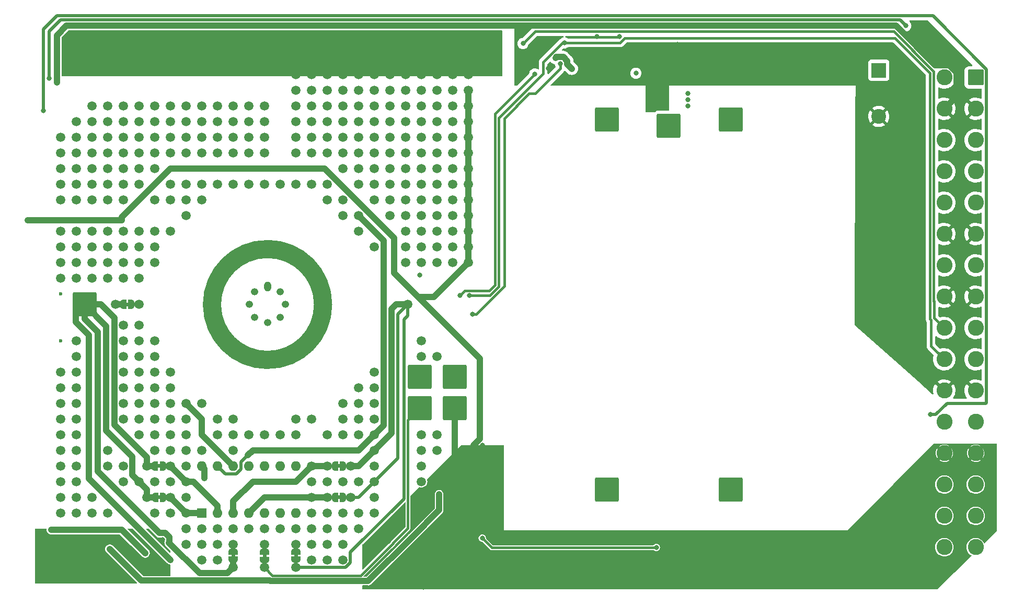
<source format=gbr>
%TF.GenerationSoftware,KiCad,Pcbnew,(6.0.0)*%
%TF.CreationDate,2022-01-14T15:12:54+01:00*%
%TF.ProjectId,ADRmu,4144526d-752e-46b6-9963-61645f706362,rev?*%
%TF.SameCoordinates,Original*%
%TF.FileFunction,Copper,L4,Bot*%
%TF.FilePolarity,Positive*%
%FSLAX46Y46*%
G04 Gerber Fmt 4.6, Leading zero omitted, Abs format (unit mm)*
G04 Created by KiCad (PCBNEW (6.0.0)) date 2022-01-14 15:12:54*
%MOMM*%
%LPD*%
G01*
G04 APERTURE LIST*
G04 Aperture macros list*
%AMRoundRect*
0 Rectangle with rounded corners*
0 $1 Rounding radius*
0 $2 $3 $4 $5 $6 $7 $8 $9 X,Y pos of 4 corners*
0 Add a 4 corners polygon primitive as box body*
4,1,4,$2,$3,$4,$5,$6,$7,$8,$9,$2,$3,0*
0 Add four circle primitives for the rounded corners*
1,1,$1+$1,$2,$3*
1,1,$1+$1,$4,$5*
1,1,$1+$1,$6,$7*
1,1,$1+$1,$8,$9*
0 Add four rect primitives between the rounded corners*
20,1,$1+$1,$2,$3,$4,$5,0*
20,1,$1+$1,$4,$5,$6,$7,0*
20,1,$1+$1,$6,$7,$8,$9,0*
20,1,$1+$1,$8,$9,$2,$3,0*%
%AMFreePoly0*
4,1,22,0.500000,-0.750000,0.000000,-0.750000,0.000000,-0.745033,-0.079941,-0.743568,-0.215256,-0.701293,-0.333266,-0.622738,-0.424486,-0.514219,-0.481581,-0.384460,-0.499164,-0.250000,-0.500000,-0.250000,-0.500000,0.250000,-0.499164,0.250000,-0.499963,0.256109,-0.478152,0.396186,-0.417904,0.524511,-0.324060,0.630769,-0.204165,0.706417,-0.067858,0.745374,0.000000,0.744959,0.000000,0.750000,
0.500000,0.750000,0.500000,-0.750000,0.500000,-0.750000,$1*%
%AMFreePoly1*
4,1,20,0.000000,0.744959,0.073905,0.744508,0.209726,0.703889,0.328688,0.626782,0.421226,0.519385,0.479903,0.390333,0.500000,0.250000,0.500000,-0.250000,0.499851,-0.262216,0.476331,-0.402017,0.414519,-0.529596,0.319384,-0.634700,0.198574,-0.708877,0.061801,-0.746166,0.000000,-0.745033,0.000000,-0.750000,-0.500000,-0.750000,-0.500000,0.750000,0.000000,0.750000,0.000000,0.744959,
0.000000,0.744959,$1*%
G04 Aperture macros list end*
%TA.AperFunction,NonConductor*%
%ADD10C,3.000000*%
%TD*%
%TA.AperFunction,ComponentPad*%
%ADD11RoundRect,0.250002X1.699998X1.699998X-1.699998X1.699998X-1.699998X-1.699998X1.699998X-1.699998X0*%
%TD*%
%TA.AperFunction,ComponentPad*%
%ADD12RoundRect,0.250002X-1.699998X-1.699998X1.699998X-1.699998X1.699998X1.699998X-1.699998X1.699998X0*%
%TD*%
%TA.AperFunction,ComponentPad*%
%ADD13RoundRect,0.250000X-1.050000X1.050000X-1.050000X-1.050000X1.050000X-1.050000X1.050000X1.050000X0*%
%TD*%
%TA.AperFunction,ComponentPad*%
%ADD14C,2.600000*%
%TD*%
%TA.AperFunction,ComponentPad*%
%ADD15C,1.500000*%
%TD*%
%TA.AperFunction,ComponentPad*%
%ADD16R,2.400000X2.400000*%
%TD*%
%TA.AperFunction,ComponentPad*%
%ADD17C,2.400000*%
%TD*%
%TA.AperFunction,ComponentPad*%
%ADD18O,1.200000X1.600000*%
%TD*%
%TA.AperFunction,ComponentPad*%
%ADD19O,1.200000X1.200000*%
%TD*%
%TA.AperFunction,ComponentPad*%
%ADD20R,1.600000X1.600000*%
%TD*%
%TA.AperFunction,ComponentPad*%
%ADD21O,1.600000X1.600000*%
%TD*%
%TA.AperFunction,SMDPad,CuDef*%
%ADD22FreePoly0,180.000000*%
%TD*%
%TA.AperFunction,SMDPad,CuDef*%
%ADD23FreePoly1,180.000000*%
%TD*%
%TA.AperFunction,SMDPad,CuDef*%
%ADD24FreePoly0,270.000000*%
%TD*%
%TA.AperFunction,SMDPad,CuDef*%
%ADD25FreePoly1,270.000000*%
%TD*%
%TA.AperFunction,SMDPad,CuDef*%
%ADD26FreePoly0,0.000000*%
%TD*%
%TA.AperFunction,SMDPad,CuDef*%
%ADD27FreePoly1,0.000000*%
%TD*%
%TA.AperFunction,ViaPad*%
%ADD28C,1.500000*%
%TD*%
%TA.AperFunction,ViaPad*%
%ADD29C,0.800000*%
%TD*%
%TA.AperFunction,ViaPad*%
%ADD30C,0.600000*%
%TD*%
%TA.AperFunction,Conductor*%
%ADD31C,1.000000*%
%TD*%
%TA.AperFunction,Conductor*%
%ADD32C,0.400000*%
%TD*%
%TA.AperFunction,Conductor*%
%ADD33C,0.500000*%
%TD*%
G04 APERTURE END LIST*
D10*
X119000000Y-100000000D02*
G75*
G03*
X119000000Y-100000000I-9000000J0D01*
G01*
%TO.C,JP212*%
G36*
X92707500Y-131560000D02*
G01*
X92207500Y-131560000D01*
X92207500Y-130960000D01*
X92707500Y-130960000D01*
X92707500Y-131560000D01*
G37*
%TO.C,JP215*%
G36*
X87525000Y-100300000D02*
G01*
X87025000Y-100300000D01*
X87025000Y-99700000D01*
X87525000Y-99700000D01*
X87525000Y-100300000D01*
G37*
%TO.C,JP216*%
G36*
X114915000Y-140967500D02*
G01*
X114315000Y-140967500D01*
X114315000Y-140467500D01*
X114915000Y-140467500D01*
X114915000Y-140967500D01*
G37*
%TO.C,JP209*%
G36*
X92645000Y-126480000D02*
G01*
X92145000Y-126480000D01*
X92145000Y-125880000D01*
X92645000Y-125880000D01*
X92645000Y-126480000D01*
G37*
%TO.C,JP219*%
G36*
X109835000Y-141030000D02*
G01*
X109235000Y-141030000D01*
X109235000Y-140530000D01*
X109835000Y-140530000D01*
X109835000Y-141030000D01*
G37*
%TO.C,JP205*%
G36*
X121829500Y-131560000D02*
G01*
X121329500Y-131560000D01*
X121329500Y-130960000D01*
X121829500Y-130960000D01*
X121829500Y-131560000D01*
G37*
%TO.C,JP206*%
G36*
X104755000Y-140967500D02*
G01*
X104155000Y-140967500D01*
X104155000Y-140467500D01*
X104755000Y-140467500D01*
X104755000Y-140967500D01*
G37*
%TO.C,JP211*%
G36*
X121845000Y-126480000D02*
G01*
X121345000Y-126480000D01*
X121345000Y-125880000D01*
X121845000Y-125880000D01*
X121845000Y-126480000D01*
G37*
%TD*%
D11*
%TO.P,J305,1,Pin_1*%
%TO.N,/DC-DC/xformer_B*%
X185000000Y-130000000D03*
%TD*%
D12*
%TO.P,J301,1,Pin_1*%
%TO.N,/DC-DC/U3_Pin3*%
X185000000Y-70000000D03*
%TD*%
D13*
%TO.P,J1,a2,Pin_a2*%
%TO.N,+12V*%
X224700000Y-63170000D03*
D14*
%TO.P,J1,a4,Pin_a4*%
%TO.N,GND*%
X224700000Y-68250000D03*
%TO.P,J1,a6,Pin_a6*%
%TO.N,unconnected-(J1-Pada6)*%
X224700000Y-73330000D03*
%TO.P,J1,a8,Pin_a8*%
%TO.N,/fault*%
X224700000Y-78410000D03*
%TO.P,J1,a10,Pin_a10*%
%TO.N,/DC-DC/sync*%
X224700000Y-83490000D03*
%TO.P,J1,a12,Pin_a12*%
%TO.N,GND*%
X224700000Y-88570000D03*
%TO.P,J1,a14,Pin_a14*%
%TO.N,/DC-DC/status*%
X224700000Y-93650000D03*
%TO.P,J1,a16,Pin_a16*%
%TO.N,GND*%
X224700000Y-98730000D03*
%TO.P,J1,a18,Pin_a18*%
%TO.N,/DC-DC/SCL*%
X224700000Y-103810000D03*
%TO.P,J1,a20,Pin_a20*%
%TO.N,/DC-DC/SDA*%
X224700000Y-108890000D03*
%TO.P,J1,a22,Pin_a22*%
%TO.N,GND*%
X224700000Y-113970000D03*
%TO.P,J1,a24,Pin_a24*%
%TO.N,unconnected-(J1-Pada24)*%
X224700000Y-119050000D03*
%TO.P,J1,a26,Pin_a26*%
%TO.N,/DC-DC/GNDf*%
X224700000Y-124130000D03*
%TO.P,J1,a28,Pin_a28*%
%TO.N,/ref/ADR_Pin7*%
X224700000Y-129210000D03*
%TO.P,J1,a30,Pin_a30*%
%TO.N,/ref/10Vsense*%
X224700000Y-134290000D03*
%TO.P,J1,a32,Pin_a32*%
%TO.N,/ref/10Vforce*%
X224700000Y-139370000D03*
%TO.P,J1,c2,Pin_c2*%
%TO.N,+12V*%
X219620000Y-63170000D03*
%TO.P,J1,c4,Pin_c4*%
%TO.N,GND*%
X219620000Y-68250000D03*
%TO.P,J1,c6,Pin_c6*%
%TO.N,unconnected-(J1-Padc6)*%
X219620000Y-73330000D03*
%TO.P,J1,c8,Pin_c8*%
%TO.N,/fault*%
X219620000Y-78410000D03*
%TO.P,J1,c10,Pin_c10*%
%TO.N,/DC-DC/sync*%
X219620000Y-83490000D03*
%TO.P,J1,c12,Pin_c12*%
%TO.N,GND*%
X219620000Y-88570000D03*
%TO.P,J1,c14,Pin_c14*%
%TO.N,/DC-DC/status*%
X219620000Y-93650000D03*
%TO.P,J1,c16,Pin_c16*%
%TO.N,GND*%
X219620000Y-98730000D03*
%TO.P,J1,c18,Pin_c18*%
%TO.N,/DC-DC/SCL*%
X219620000Y-103810000D03*
%TO.P,J1,c20,Pin_c20*%
%TO.N,/DC-DC/SDA*%
X219620000Y-108890000D03*
%TO.P,J1,c22,Pin_c22*%
%TO.N,GND*%
X219620000Y-113970000D03*
%TO.P,J1,c24,Pin_c24*%
%TO.N,unconnected-(J1-Padc24)*%
X219620000Y-119050000D03*
%TO.P,J1,c26,Pin_c26*%
%TO.N,/DC-DC/GNDf*%
X219620000Y-124130000D03*
%TO.P,J1,c28,Pin_c28*%
%TO.N,/ref/ADR_Pin7*%
X219620000Y-129210000D03*
%TO.P,J1,c30,Pin_c30*%
%TO.N,/ref/10Vsense*%
X219620000Y-134290000D03*
%TO.P,J1,c32,Pin_c32*%
%TO.N,/ref/10Vforce*%
X219620000Y-139370000D03*
%TD*%
D15*
%TO.P,R211,1*%
%TO.N,/ref/RN1_Pin12*%
X119695000Y-126180000D03*
%TO.P,R211,2*%
%TO.N,/ref/ADR_Pin7*%
X123495000Y-126180000D03*
%TD*%
%TO.P,R216,1*%
%TO.N,/ref/RN1_Pin7*%
X114615000Y-138880000D03*
%TO.P,R216,2*%
%TO.N,/ref/ADR_Pin7*%
X114615000Y-142680000D03*
%TD*%
D12*
%TO.P,J6,1,Pin_1*%
%TO.N,/ref/ADR_Pin7*%
X140335000Y-111760000D03*
%TD*%
D15*
%TO.P,R206,1*%
%TO.N,/ref/RN1_Pin5*%
X104455000Y-138880000D03*
%TO.P,R206,2*%
%TO.N,/ref/ADR*%
X104455000Y-142680000D03*
%TD*%
%TO.P,R212,1*%
%TO.N,/ref/RN1_Pin1*%
X94295000Y-131260000D03*
%TO.P,R212,2*%
%TO.N,/ref/ADR*%
X90495000Y-131260000D03*
%TD*%
D16*
%TO.P,C302,1*%
%TO.N,+12V*%
X209000000Y-62000000D03*
D17*
%TO.P,C302,2*%
%TO.N,GND*%
X209000000Y-69500000D03*
%TD*%
D15*
%TO.P,R219,1*%
%TO.N,/ref/RN1_Pin6*%
X109535000Y-138880000D03*
%TO.P,R219,2*%
%TO.N,/ref/10Vsense*%
X109535000Y-142680000D03*
%TD*%
D12*
%TO.P,J4,1,Pin_1*%
%TO.N,/ref/ADR*%
X80375000Y-100000000D03*
%TD*%
%TO.P,J2,1,Pin_1*%
%TO.N,/ref/10Vforce*%
X134620000Y-111760000D03*
%TD*%
%TO.P,J3,1,Pin_1*%
%TO.N,/ref/10Vsense*%
X134620000Y-116840000D03*
%TD*%
D18*
%TO.P,U202,1,HTR+*%
%TO.N,/ref/ADR_Pin1*%
X110000000Y-97085000D03*
D19*
%TO.P,U202,2,HTR-*%
%TO.N,/ref/ADR_Pin2*%
X107935248Y-97940248D03*
%TO.P,U202,3,VREF*%
%TO.N,/ref/ADR_Pin3*%
X107080000Y-100005000D03*
%TO.P,U202,4,IZSET*%
%TO.N,/ref/ADR_Pin4*%
X107935248Y-102069752D03*
%TO.P,U202,5,CQ1*%
%TO.N,/ref/ADR_Pin5*%
X110000000Y-102925000D03*
%TO.P,U202,6,BQ2*%
%TO.N,/ref/ADR_Pin6*%
X112064752Y-102069752D03*
%TO.P,U202,7,GND*%
%TO.N,/ref/ADR_Pin7*%
X112920000Y-100005000D03*
%TO.P,U202,8,CQ2*%
%TO.N,/ref/ADR_Pin8*%
X112064752Y-97940248D03*
%TD*%
D12*
%TO.P,J302,1,Pin_1*%
%TO.N,+12V*%
X175000000Y-71000000D03*
%TD*%
D15*
%TO.P,R215,1*%
%TO.N,/ref/ADR_Pin3*%
X89175000Y-100000000D03*
%TO.P,R215,2*%
%TO.N,/ref/ADR*%
X85375000Y-100000000D03*
%TD*%
D20*
%TO.P,RN201,1,R2.1*%
%TO.N,/ref/RN1_Pin1*%
X99375000Y-133800000D03*
D21*
%TO.P,RN201,2,R2.1*%
%TO.N,/ref/RN1_Pin2*%
X101915000Y-133800000D03*
%TO.P,RN201,3,R3.1*%
%TO.N,/ref/RN1_Pin12*%
X104455000Y-133800000D03*
%TO.P,RN201,4,R4.1*%
%TO.N,/ref/RN1_Pin4*%
X106995000Y-133800000D03*
%TO.P,RN201,5,R5.1*%
%TO.N,/ref/RN1_Pin5*%
X109535000Y-133800000D03*
%TO.P,RN201,6,R6.1*%
%TO.N,/ref/RN1_Pin6*%
X112075000Y-133800000D03*
%TO.P,RN201,7,R7.1*%
%TO.N,/ref/RN1_Pin7*%
X114615000Y-133800000D03*
%TO.P,RN201,8*%
%TO.N,N/C*%
X114615000Y-126180000D03*
%TO.P,RN201,9,R7.2*%
%TO.N,/ref/U8_Pin2*%
X112075000Y-126180000D03*
%TO.P,RN201,10*%
%TO.N,N/C*%
X109535000Y-126180000D03*
%TO.P,RN201,11,R4.2*%
%TO.N,/ref/ADR_Pin6*%
X106995000Y-126180000D03*
%TO.P,RN201,12,R3.2*%
%TO.N,/ref/ADR_Pin4*%
X104455000Y-126180000D03*
%TO.P,RN201,13,R2.2*%
%TO.N,/ref/ADR_Pin8*%
X101915000Y-126180000D03*
%TO.P,RN201,14,R1.2*%
%TO.N,/ref/ADR_Pin5*%
X99375000Y-126180000D03*
%TD*%
D11*
%TO.P,J304,1,Pin_1*%
%TO.N,/DC-DC/xformer_A*%
X165000000Y-130000000D03*
%TD*%
D15*
%TO.P,R209,1*%
%TO.N,/ref/RN1_Pin2*%
X94295000Y-126180000D03*
%TO.P,R209,2*%
%TO.N,/ref/ADR*%
X90495000Y-126180000D03*
%TD*%
D12*
%TO.P,J7,1,Pin_1*%
%TO.N,/DC-DC/GNDf*%
X140335000Y-116840000D03*
%TD*%
D15*
%TO.P,R205,1*%
%TO.N,/ref/RN1_Pin4*%
X119695000Y-131260000D03*
%TO.P,R205,2*%
%TO.N,/ref/ADR_Pin7*%
X123495000Y-131260000D03*
%TD*%
D12*
%TO.P,J303,1,Pin_1*%
%TO.N,/DC-DC/U3_Pin14*%
X165000000Y-70000000D03*
%TD*%
D22*
%TO.P,JP212,1,A*%
%TO.N,/ref/RN1_Pin1*%
X93107500Y-131260000D03*
D23*
%TO.P,JP212,2,B*%
%TO.N,/ref/ADR*%
X91807500Y-131260000D03*
%TD*%
D22*
%TO.P,JP215,1,A*%
%TO.N,/ref/ADR_Pin3*%
X87925000Y-100000000D03*
D23*
%TO.P,JP215,2,B*%
%TO.N,/ref/ADR*%
X86625000Y-100000000D03*
%TD*%
D24*
%TO.P,JP216,1,A*%
%TO.N,/ref/RN1_Pin7*%
X114615000Y-140067500D03*
D25*
%TO.P,JP216,2,B*%
%TO.N,/ref/ADR_Pin7*%
X114615000Y-141367500D03*
%TD*%
D22*
%TO.P,JP209,1,A*%
%TO.N,/ref/RN1_Pin2*%
X93045000Y-126180000D03*
D23*
%TO.P,JP209,2,B*%
%TO.N,/ref/ADR*%
X91745000Y-126180000D03*
%TD*%
D24*
%TO.P,JP219,1,A*%
%TO.N,/ref/RN1_Pin6*%
X109535000Y-140130000D03*
D25*
%TO.P,JP219,2,B*%
%TO.N,/ref/10Vsense*%
X109535000Y-141430000D03*
%TD*%
D26*
%TO.P,JP205,1,A*%
%TO.N,/ref/RN1_Pin4*%
X120929500Y-131260000D03*
D27*
%TO.P,JP205,2,B*%
%TO.N,/ref/ADR_Pin7*%
X122229500Y-131260000D03*
%TD*%
D24*
%TO.P,JP206,1,A*%
%TO.N,/ref/RN1_Pin5*%
X104455000Y-140067500D03*
D25*
%TO.P,JP206,2,B*%
%TO.N,/ref/ADR*%
X104455000Y-141367500D03*
%TD*%
D26*
%TO.P,JP211,1,A*%
%TO.N,/ref/RN1_Pin12*%
X120945000Y-126180000D03*
D27*
%TO.P,JP211,2,B*%
%TO.N,/ref/ADR_Pin7*%
X122245000Y-126180000D03*
%TD*%
D28*
%TO.N,*%
X109535000Y-72840000D03*
X94295000Y-83000000D03*
X84135000Y-67760000D03*
X134935000Y-83000000D03*
X114615000Y-67760000D03*
X132395000Y-72840000D03*
X81595000Y-83000000D03*
X134935000Y-72840000D03*
X81595000Y-133800000D03*
X101915000Y-121100000D03*
X81595000Y-67760000D03*
X119695000Y-133800000D03*
X106995000Y-136340000D03*
X76515000Y-123640000D03*
X137475000Y-83000000D03*
X96835000Y-131260000D03*
X122235000Y-138880000D03*
X84135000Y-90620000D03*
X99375000Y-83000000D03*
X134935000Y-80460000D03*
X140015000Y-90620000D03*
X96835000Y-75380000D03*
X122235000Y-141420000D03*
X106995000Y-70300000D03*
X81595000Y-77920000D03*
X89215000Y-80460000D03*
X96835000Y-138880000D03*
X86675000Y-126180000D03*
X99375000Y-136340000D03*
X91755000Y-77920000D03*
X91755000Y-70300000D03*
X137475000Y-93160000D03*
X101915000Y-136340000D03*
X76515000Y-72840000D03*
X86675000Y-105860000D03*
X122235000Y-67760000D03*
X94295000Y-67760000D03*
X124775000Y-128720000D03*
X124775000Y-116020000D03*
X122235000Y-133800000D03*
X94295000Y-72840000D03*
X76515000Y-128720000D03*
X96835000Y-83000000D03*
X84135000Y-126180000D03*
X89215000Y-121100000D03*
X127315000Y-75380000D03*
X81595000Y-93160000D03*
X140015000Y-88080000D03*
X81595000Y-75380000D03*
X124775000Y-67760000D03*
X104455000Y-75380000D03*
X106995000Y-72840000D03*
X114615000Y-72840000D03*
X119695000Y-70300000D03*
X140015000Y-85540000D03*
X117155000Y-128720000D03*
X89215000Y-75380000D03*
X134935000Y-126180000D03*
X89215000Y-105860000D03*
X76515000Y-131260000D03*
X91755000Y-123640000D03*
X127315000Y-133800000D03*
X119695000Y-75380000D03*
X79055000Y-110940000D03*
X101915000Y-80460000D03*
X127315000Y-90620000D03*
X134935000Y-88080000D03*
X81595000Y-131260000D03*
X89215000Y-110940000D03*
X124775000Y-80460000D03*
X81595000Y-88080000D03*
X76515000Y-80460000D03*
X86675000Y-75380000D03*
X89215000Y-95700000D03*
X91755000Y-133800000D03*
X114615000Y-70300000D03*
X129855000Y-80460000D03*
X94295000Y-121100000D03*
X124775000Y-136340000D03*
X94295000Y-75380000D03*
X109535000Y-70300000D03*
X79055000Y-131260000D03*
X109535000Y-80460000D03*
X91755000Y-83000000D03*
X89215000Y-67760000D03*
X91755000Y-128720000D03*
X99375000Y-116020000D03*
X89215000Y-90620000D03*
X96835000Y-72840000D03*
X86675000Y-110940000D03*
X76515000Y-116020000D03*
X137475000Y-67760000D03*
X79055000Y-126180000D03*
X101915000Y-70300000D03*
X117155000Y-133800000D03*
X79055000Y-133800000D03*
X79055000Y-123640000D03*
X79055000Y-70300000D03*
X96835000Y-136340000D03*
X86675000Y-93160000D03*
X84135000Y-95700000D03*
X84135000Y-133800000D03*
X129855000Y-75380000D03*
X79055000Y-72840000D03*
X106995000Y-121100000D03*
X86675000Y-72840000D03*
X101915000Y-141420000D03*
X104455000Y-70300000D03*
X106995000Y-67760000D03*
X124775000Y-113480000D03*
X134935000Y-123640000D03*
X81595000Y-90620000D03*
X140015000Y-65220000D03*
X140015000Y-67760000D03*
X86675000Y-116020000D03*
X119695000Y-65220000D03*
X91755000Y-93160000D03*
X79055000Y-90620000D03*
X132395000Y-80460000D03*
X119695000Y-83000000D03*
X137475000Y-70300000D03*
X81595000Y-95700000D03*
X94295000Y-118560000D03*
X96835000Y-121100000D03*
X86675000Y-113480000D03*
X137475000Y-123640000D03*
X79055000Y-113480000D03*
X127315000Y-118560000D03*
X127315000Y-67760000D03*
X132395000Y-88080000D03*
X127315000Y-126180000D03*
X137475000Y-75380000D03*
X91755000Y-75380000D03*
X137475000Y-80460000D03*
X129855000Y-85540000D03*
X79055000Y-105860000D03*
X124775000Y-133800000D03*
X134935000Y-105860000D03*
X137475000Y-121100000D03*
X127315000Y-116020000D03*
X124775000Y-72840000D03*
X96835000Y-118560000D03*
X79055000Y-95700000D03*
X99375000Y-141420000D03*
X132395000Y-67760000D03*
X91755000Y-72840000D03*
X84135000Y-72840000D03*
X89215000Y-70300000D03*
X76515000Y-83000000D03*
X117155000Y-67760000D03*
X124775000Y-70300000D03*
X140015000Y-72840000D03*
X76515000Y-93160000D03*
X94295000Y-70300000D03*
X101915000Y-138880000D03*
X79055000Y-75380000D03*
X86675000Y-77920000D03*
X106995000Y-80460000D03*
X122235000Y-72840000D03*
X122235000Y-85540000D03*
X134935000Y-75380000D03*
X89215000Y-116020000D03*
X101915000Y-75380000D03*
X79055000Y-88080000D03*
X119695000Y-136340000D03*
X96835000Y-123640000D03*
X122235000Y-118560000D03*
X89215000Y-118560000D03*
X124775000Y-65220000D03*
X127315000Y-110940000D03*
X84135000Y-77920000D03*
X79055000Y-83000000D03*
X124775000Y-75380000D03*
X79055000Y-118560000D03*
X124775000Y-88080000D03*
X114615000Y-118560000D03*
X86675000Y-67760000D03*
X129855000Y-72840000D03*
X122235000Y-121100000D03*
X89215000Y-77920000D03*
X132395000Y-93160000D03*
X94295000Y-88080000D03*
X124775000Y-121100000D03*
X86675000Y-118560000D03*
X127315000Y-131260000D03*
X89215000Y-108400000D03*
X129855000Y-65220000D03*
X86675000Y-83000000D03*
X101915000Y-118560000D03*
X137475000Y-88080000D03*
X134935000Y-93160000D03*
X86675000Y-80460000D03*
X127315000Y-70300000D03*
X140015000Y-80460000D03*
X114615000Y-121100000D03*
X99375000Y-138880000D03*
X99375000Y-72840000D03*
X76515000Y-126180000D03*
X134935000Y-90620000D03*
X132395000Y-65220000D03*
X76515000Y-133800000D03*
X91755000Y-113480000D03*
X81595000Y-80460000D03*
X76515000Y-110940000D03*
X79055000Y-128720000D03*
X132395000Y-85540000D03*
X79055000Y-93160000D03*
X117155000Y-70300000D03*
X96835000Y-67760000D03*
X94295000Y-80460000D03*
X122235000Y-136340000D03*
X86675000Y-128720000D03*
X101915000Y-67760000D03*
X84135000Y-70300000D03*
X104455000Y-80460000D03*
X99375000Y-80460000D03*
X81595000Y-72840000D03*
X119695000Y-121100000D03*
X91755000Y-121100000D03*
X79055000Y-116020000D03*
X84135000Y-88080000D03*
X122235000Y-128720000D03*
X89215000Y-72840000D03*
X91755000Y-108400000D03*
X79055000Y-77920000D03*
X132395000Y-77920000D03*
X117155000Y-65220000D03*
X117155000Y-75380000D03*
X104455000Y-121100000D03*
X91755000Y-88080000D03*
X124775000Y-77920000D03*
X104455000Y-67760000D03*
X117155000Y-141420000D03*
X79055000Y-80460000D03*
X134935000Y-77920000D03*
X137475000Y-72840000D03*
X94295000Y-133800000D03*
X119695000Y-67760000D03*
X91755000Y-67760000D03*
X132395000Y-90620000D03*
X134935000Y-85540000D03*
X86675000Y-88080000D03*
X89215000Y-88080000D03*
X76515000Y-88080000D03*
X137475000Y-77920000D03*
X129855000Y-83000000D03*
X117155000Y-136340000D03*
X86675000Y-95700000D03*
X84135000Y-83000000D03*
X140015000Y-75380000D03*
X109535000Y-75380000D03*
X137475000Y-85540000D03*
X140015000Y-93160000D03*
X99375000Y-75380000D03*
X99375000Y-67760000D03*
X127315000Y-83000000D03*
X91755000Y-116020000D03*
X76515000Y-118560000D03*
X86675000Y-108400000D03*
X119695000Y-128720000D03*
X76515000Y-75380000D03*
X127315000Y-72840000D03*
X99375000Y-70300000D03*
X132395000Y-70300000D03*
X137475000Y-108400000D03*
X134935000Y-128720000D03*
X91755000Y-90620000D03*
X94295000Y-113480000D03*
X96835000Y-126180000D03*
X104455000Y-72840000D03*
X124775000Y-118560000D03*
X134935000Y-67760000D03*
X84135000Y-75380000D03*
X132395000Y-75380000D03*
X134935000Y-121100000D03*
X114615000Y-80460000D03*
X96835000Y-70300000D03*
X76515000Y-90620000D03*
X117155000Y-138880000D03*
X114615000Y-75380000D03*
X81595000Y-70300000D03*
X134935000Y-70300000D03*
X91755000Y-118560000D03*
X109535000Y-67760000D03*
X89215000Y-93160000D03*
X89215000Y-113480000D03*
X122235000Y-65220000D03*
X127315000Y-113480000D03*
X117155000Y-118560000D03*
X94295000Y-123640000D03*
X106995000Y-75380000D03*
X84135000Y-93160000D03*
X86675000Y-70300000D03*
X101915000Y-72840000D03*
X127315000Y-80460000D03*
X76515000Y-77920000D03*
X76515000Y-121100000D03*
X122235000Y-75380000D03*
X127315000Y-77920000D03*
X104455000Y-136340000D03*
X91755000Y-105860000D03*
X112075000Y-121100000D03*
X140015000Y-77920000D03*
X122235000Y-70300000D03*
X117155000Y-72840000D03*
X119695000Y-138880000D03*
X104455000Y-118560000D03*
X122235000Y-83000000D03*
X140015000Y-83000000D03*
X129855000Y-70300000D03*
X129855000Y-67760000D03*
X86675000Y-103320000D03*
X119695000Y-80460000D03*
X96835000Y-80460000D03*
X134935000Y-108400000D03*
X129855000Y-77920000D03*
X86675000Y-90620000D03*
X119695000Y-72840000D03*
X122235000Y-77920000D03*
X137475000Y-65220000D03*
X84135000Y-80460000D03*
X94295000Y-116020000D03*
X117155000Y-80460000D03*
X137475000Y-90620000D03*
X94295000Y-110940000D03*
X119695000Y-141420000D03*
X140015000Y-70300000D03*
X114615000Y-65220000D03*
X91755000Y-110940000D03*
X79055000Y-121100000D03*
X89215000Y-103320000D03*
X132395000Y-83000000D03*
X76515000Y-113480000D03*
X76515000Y-95700000D03*
X134935000Y-65220000D03*
X127315000Y-65220000D03*
X79055000Y-108400000D03*
D29*
%TO.N,+12V*%
X178054000Y-66802000D03*
X169672000Y-62484000D03*
X178054000Y-65786000D03*
X178054000Y-67818000D03*
%TO.N,GND*%
X155448000Y-61722000D03*
X175260000Y-58420000D03*
X167005000Y-56515000D03*
X164084000Y-60960000D03*
X173736000Y-58420000D03*
X155375000Y-57404000D03*
X176375000Y-57800000D03*
X175006000Y-63500000D03*
X75880000Y-63950000D03*
X182375000Y-63800000D03*
X171958000Y-66802000D03*
X163322000Y-56515000D03*
X171958000Y-65786000D03*
X173482000Y-63500000D03*
X176530000Y-63500000D03*
X171958000Y-67818000D03*
%TO.N,+3V3*%
X159282500Y-61746500D03*
X156642500Y-59998500D03*
%TO.N,/DC-DC/SCL*%
X153289000Y-62611000D03*
X151384000Y-57658000D03*
X141160000Y-98552000D03*
%TO.N,/DC-DC/SDA*%
X142684000Y-98552000D03*
X158091500Y-57554500D03*
D28*
%TO.N,/ref/ADR_Pin8*%
X127315000Y-121100000D03*
X124775000Y-85540000D03*
%TO.N,/ref/ADR_Pin6*%
X122235000Y-116020000D03*
%TO.N,/ref/ADR_Pin7*%
X132715000Y-100000000D03*
X127315000Y-123640000D03*
X127315000Y-128720000D03*
%TO.N,/ref/ADR_Pin5*%
X94295000Y-128720000D03*
D30*
X99802454Y-128179011D03*
D28*
X99375000Y-123640000D03*
X109535000Y-121100000D03*
X104455000Y-123640000D03*
%TO.N,/ref/ADR_Pin4*%
X84135000Y-123640000D03*
X96835000Y-116020000D03*
D29*
%TO.N,/DC-DC/PG*%
X144780000Y-137922000D03*
X172974000Y-139446000D03*
%TO.N,/DC-DC/GNDf*%
X127375000Y-138800000D03*
X78232000Y-144780000D03*
D28*
X142555000Y-65220000D03*
X142555000Y-88080000D03*
D29*
X203200000Y-145800000D03*
X141605000Y-128270000D03*
X77375000Y-137800000D03*
X175155000Y-145800000D03*
X129855000Y-143960000D03*
X205740000Y-139700000D03*
X157375000Y-145800000D03*
X93025000Y-142690000D03*
X209550000Y-134620000D03*
X76200000Y-142832520D03*
X194205000Y-145800000D03*
X198120000Y-140970000D03*
X132301500Y-143800000D03*
X180340000Y-140970000D03*
X145415000Y-133985000D03*
X222250000Y-132080000D03*
X87884000Y-139800000D03*
D30*
X141539000Y-123640000D03*
D28*
X142555000Y-67760000D03*
X142555000Y-70300000D03*
D29*
X185315000Y-145800000D03*
D28*
X142555000Y-80460000D03*
D29*
X139375000Y-127000000D03*
X131375000Y-142800000D03*
X135270000Y-145820000D03*
X210715000Y-145800000D03*
X141375000Y-125813500D03*
X215900000Y-140970000D03*
X189230000Y-140970000D03*
X71120000Y-86360000D03*
D28*
X142555000Y-93160000D03*
D29*
X146685000Y-137795000D03*
D30*
X129475000Y-137100000D03*
D29*
X222250000Y-125730000D03*
X147215000Y-145800000D03*
X214630000Y-129540000D03*
D30*
X146111000Y-123640000D03*
D29*
X141175000Y-133900000D03*
D28*
X142555000Y-75380000D03*
D29*
X222250000Y-137160000D03*
D28*
X142555000Y-90620000D03*
X142555000Y-85540000D03*
D29*
X144780000Y-122800000D03*
X138364090Y-134335838D03*
X92964000Y-138176000D03*
X210820000Y-140970000D03*
X86360000Y-86360000D03*
X73975000Y-144595000D03*
D28*
X142555000Y-72840000D03*
D29*
X153670000Y-137795000D03*
X215900000Y-135890000D03*
X145415000Y-132715000D03*
X166265000Y-145800000D03*
D28*
X142555000Y-83000000D03*
D29*
X218335000Y-145800000D03*
D28*
X142555000Y-77920000D03*
%TO.N,/DC-DC/12Vf*%
X140015000Y-62680000D03*
D30*
X137475000Y-60140000D03*
X140015000Y-57600000D03*
X94295000Y-57600000D03*
D29*
X137795000Y-130810000D03*
D30*
X81595000Y-60140000D03*
D28*
X132395000Y-62680000D03*
D30*
X91755000Y-60140000D03*
D29*
X144780000Y-62230000D03*
D28*
X114615000Y-62680000D03*
D30*
X122235000Y-60140000D03*
X99375000Y-62680000D03*
D29*
X84455000Y-139700000D03*
D30*
X119695000Y-57600000D03*
X109535000Y-57600000D03*
X94295000Y-62680000D03*
X84135000Y-57600000D03*
X145095000Y-57600000D03*
D28*
X134935000Y-62680000D03*
X127315000Y-62680000D03*
D30*
X99375000Y-57600000D03*
X127315000Y-60140000D03*
D28*
X142555000Y-62680000D03*
X117155000Y-62680000D03*
D30*
X89215000Y-57600000D03*
X79055000Y-62680000D03*
D29*
X133350000Y-137795000D03*
D30*
X147635000Y-60140000D03*
D28*
X129855000Y-62680000D03*
X122235000Y-62680000D03*
D30*
X86675000Y-60140000D03*
X101915000Y-60140000D03*
X114615000Y-57600000D03*
X117155000Y-60140000D03*
X134935000Y-57600000D03*
X142555000Y-60140000D03*
X89215000Y-62680000D03*
X84135000Y-62680000D03*
X104455000Y-57600000D03*
D28*
X137475000Y-62680000D03*
D30*
X79055000Y-57600000D03*
D28*
X124775000Y-62680000D03*
D30*
X132395000Y-60140000D03*
X129855000Y-57600000D03*
D28*
X119695000Y-62680000D03*
D30*
X96835000Y-60140000D03*
X104455000Y-62680000D03*
X124775000Y-57600000D03*
D28*
%TO.N,/ref/ADR*%
X89215000Y-128720000D03*
D29*
X94295000Y-141420000D03*
%TO.N,/ref/ADR_Pin1*%
X90170000Y-140335000D03*
X74930000Y-136525000D03*
D28*
X112075000Y-80460000D03*
D29*
%TO.N,/DC-DC/pwr_LED*%
X74610000Y-63315000D03*
X213375000Y-54800000D03*
D28*
%TO.N,/ref/ADR_Pin2*%
X96835000Y-85540000D03*
D29*
%TO.N,/DC-DC/status_LED*%
X217375000Y-117800000D03*
X73660000Y-68580000D03*
%TO.N,/DC-DC/U2_Pin4*%
X143192000Y-101600000D03*
X157442000Y-60960000D03*
D28*
%TO.N,/ref/RN1_Pin12*%
X117155000Y-126180000D03*
%TO.N,/ref/RN1_Pin4*%
X117155000Y-131260000D03*
%TO.N,/ref/RN1_Pin7*%
X114615000Y-136340000D03*
%TO.N,/ref/RN1_Pin6*%
X112075000Y-136340000D03*
%TO.N,/ref/RN1_Pin2*%
X96835000Y-128720000D03*
%TO.N,/ref/RN1_Pin5*%
X109535000Y-136340000D03*
%TO.N,/ref/RN1_Pin1*%
X96835000Y-133800000D03*
D30*
%TO.N,/ref/shield_maybe*%
X76515000Y-105860000D03*
D29*
X134620000Y-95250000D03*
D30*
X76515000Y-98240000D03*
%TD*%
D31*
%TO.N,GND*%
X218144602Y-61170489D02*
X220448226Y-61170489D01*
X75880000Y-63950000D02*
X75880000Y-56330000D01*
X75880000Y-56330000D02*
X77410000Y-54800000D01*
X220448226Y-61170489D02*
X221619511Y-62341774D01*
X211774113Y-54800000D02*
X218144602Y-61170489D01*
X221619511Y-62341774D02*
X221619511Y-66250489D01*
X221619511Y-66250489D02*
X219620000Y-68250000D01*
X77410000Y-54800000D02*
X211774113Y-54800000D01*
%TO.N,+3V3*%
X156780511Y-59860489D02*
X157897433Y-59860489D01*
X156642500Y-59998500D02*
X156780511Y-59860489D01*
X157897433Y-59860489D02*
X158541511Y-60504567D01*
X158541511Y-60504567D02*
X158541511Y-61005511D01*
X158541511Y-61005511D02*
X159282500Y-61746500D01*
D32*
%TO.N,/DC-DC/SCL*%
X141959511Y-97752489D02*
X145946088Y-97752489D01*
X153326511Y-55715489D02*
X151384000Y-57658000D01*
X217920489Y-99433962D02*
X217920489Y-62218489D01*
X211417489Y-55715489D02*
X153326511Y-55715489D01*
X145946088Y-97752489D02*
X146875266Y-96823311D01*
X146875266Y-69024734D02*
X153289000Y-62611000D01*
X217920489Y-62218489D02*
X211417489Y-55715489D01*
X217970489Y-102160489D02*
X217970489Y-99483962D01*
X141160000Y-98552000D02*
X141959511Y-97752489D01*
X217970489Y-99483962D02*
X217920489Y-99433962D01*
X219620000Y-103810000D02*
X217970489Y-102160489D01*
X146875266Y-96823311D02*
X146875266Y-69024734D01*
%TO.N,/DC-DC/SDA*%
X217320969Y-102358819D02*
X217320969Y-62466819D01*
X154648489Y-60707762D02*
X157801751Y-57554500D01*
X219620000Y-108890000D02*
X217470969Y-106740969D01*
X211654150Y-56800000D02*
X167850680Y-56800000D01*
X167850680Y-56800000D02*
X167096180Y-57554500D01*
X167096180Y-57554500D02*
X158091500Y-57554500D01*
X154648489Y-62581475D02*
X154648489Y-60707762D01*
X217470969Y-106740969D02*
X217470969Y-102508819D01*
X147474786Y-69755178D02*
X154648489Y-62581475D01*
X142684000Y-98552000D02*
X145994427Y-98552000D01*
X217470969Y-102508819D02*
X217320969Y-102358819D01*
X157801751Y-57554500D02*
X158091500Y-57554500D01*
X217320969Y-62466819D02*
X211654150Y-56800000D01*
X145994427Y-98552000D02*
X147474786Y-97071641D01*
X147474786Y-97071641D02*
X147474786Y-69755178D01*
%TO.N,/ref/10Vsense*%
X130339511Y-138761169D02*
X130339511Y-138690459D01*
X125069970Y-143960000D02*
X129800459Y-139229511D01*
X129871169Y-139229511D02*
X130339511Y-138761169D01*
X109535000Y-142680000D02*
X109535000Y-141430000D01*
X110815000Y-143960000D02*
X125069970Y-143960000D01*
X129800459Y-139229511D02*
X129871169Y-139229511D01*
X132729520Y-118730480D02*
X134620000Y-116840000D01*
X132729520Y-136300450D02*
X132729520Y-118730480D01*
X109535000Y-142680000D02*
X110815000Y-143960000D01*
X130339511Y-138690459D02*
X132729520Y-136300450D01*
D31*
%TO.N,/ref/ADR_Pin8*%
X127315000Y-121100000D02*
X128839000Y-119576000D01*
X107630000Y-123640000D02*
X106810000Y-124460000D01*
D33*
X105704511Y-126697565D02*
X104952076Y-127450000D01*
D31*
X128839000Y-119576000D02*
X128839000Y-89604000D01*
D33*
X104952076Y-127450000D02*
X103185000Y-127450000D01*
X105704511Y-125565489D02*
X105704511Y-126697565D01*
D31*
X124775000Y-123640000D02*
X107630000Y-123640000D01*
X127315000Y-121100000D02*
X124775000Y-123640000D01*
D33*
X103185000Y-127450000D02*
X101915000Y-126180000D01*
D31*
X128839000Y-89604000D02*
X124775000Y-85540000D01*
D33*
X106810000Y-124460000D02*
X105704511Y-125565489D01*
%TO.N,/ref/ADR_Pin7*%
X132080000Y-131575000D02*
X132080000Y-102458750D01*
X131125000Y-124910000D02*
X131125000Y-101590000D01*
D31*
X130109000Y-120846000D02*
X127315000Y-123640000D01*
X130824000Y-100000000D02*
X130109000Y-100715000D01*
D33*
X123434511Y-141916855D02*
X123434511Y-140220489D01*
X114615000Y-142680000D02*
X122671366Y-142680000D01*
X114615000Y-142680000D02*
X114615000Y-141367500D01*
X123495000Y-126180000D02*
X122245000Y-126180000D01*
X132080000Y-102458750D02*
X132715000Y-101823750D01*
X123495000Y-131260000D02*
X124775000Y-131260000D01*
X122671366Y-142680000D02*
X123434511Y-141916855D01*
X131125000Y-101590000D02*
X132715000Y-100000000D01*
D31*
X124775000Y-126180000D02*
X123495000Y-126180000D01*
D33*
X123495000Y-131260000D02*
X122229500Y-131260000D01*
X123434511Y-140220489D02*
X132080000Y-131575000D01*
X127315000Y-128720000D02*
X131125000Y-124910000D01*
X124775000Y-131260000D02*
X127315000Y-128720000D01*
D31*
X130109000Y-100715000D02*
X130109000Y-120846000D01*
D33*
X132715000Y-101823750D02*
X132715000Y-100000000D01*
D31*
X132715000Y-100000000D02*
X130824000Y-100000000D01*
X127315000Y-123640000D02*
X124775000Y-126180000D01*
%TO.N,/ref/ADR_Pin5*%
X99802454Y-126607454D02*
X99375000Y-126180000D01*
X99802454Y-128179011D02*
X99802454Y-126607454D01*
%TO.N,/ref/ADR_Pin4*%
X99375000Y-121100000D02*
X99375000Y-118560000D01*
X99375000Y-118560000D02*
X96835000Y-116020000D01*
X104455000Y-126180000D02*
X99375000Y-121100000D01*
D33*
%TO.N,/ref/ADR_Pin3*%
X89175000Y-100000000D02*
X87925000Y-100000000D01*
D32*
%TO.N,/DC-DC/PG*%
X146304000Y-139446000D02*
X172974000Y-139446000D01*
X144780000Y-137922000D02*
X146304000Y-139446000D01*
D31*
%TO.N,/DC-DC/GNDf*%
X144375000Y-108800000D02*
X134375000Y-98800000D01*
X142555000Y-83000000D02*
X142555000Y-80460000D01*
X130490000Y-94915000D02*
X130490000Y-89196311D01*
X142555000Y-72840000D02*
X142555000Y-70300000D01*
X86360000Y-85855000D02*
X86360000Y-86360000D01*
X142555000Y-77920000D02*
X142555000Y-75380000D01*
X141375000Y-125813500D02*
X140335000Y-124773500D01*
X142555000Y-80460000D02*
X142555000Y-77920000D01*
X136915000Y-98800000D02*
X142555000Y-93160000D01*
X144375000Y-121800000D02*
X144375000Y-108800000D01*
X94295000Y-77920000D02*
X86360000Y-85855000D01*
X86360000Y-86360000D02*
X71120000Y-86360000D01*
X142555000Y-67760000D02*
X142555000Y-65220000D01*
X134375000Y-98800000D02*
X136915000Y-98800000D01*
X143375000Y-123813500D02*
X143375000Y-122800000D01*
X142555000Y-90620000D02*
X142555000Y-88080000D01*
X142555000Y-85540000D02*
X142555000Y-83000000D01*
X143375000Y-122800000D02*
X144375000Y-121800000D01*
X142555000Y-75380000D02*
X142555000Y-72840000D01*
X142555000Y-88080000D02*
X142555000Y-85540000D01*
X141375000Y-125813500D02*
X143375000Y-123813500D01*
X130490000Y-89196311D02*
X119213689Y-77920000D01*
X134375000Y-98800000D02*
X130490000Y-94915000D01*
X140335000Y-124773500D02*
X140335000Y-116840000D01*
X119213689Y-77920000D02*
X94295000Y-77920000D01*
X142555000Y-93160000D02*
X142555000Y-90620000D01*
X142555000Y-70300000D02*
X142555000Y-67760000D01*
%TO.N,/DC-DC/12Vf*%
X89555000Y-144800000D02*
X84455000Y-139700000D01*
X110382887Y-144800000D02*
X89555000Y-144800000D01*
X110442407Y-144859520D02*
X110382887Y-144800000D01*
X133350000Y-137795000D02*
X137795000Y-133350000D01*
X126300480Y-144859520D02*
X110442407Y-144859520D01*
X133350000Y-137810000D02*
X126300480Y-144859520D01*
X133350000Y-137795000D02*
X133350000Y-137810000D01*
X137795000Y-133350000D02*
X137795000Y-130810000D01*
%TO.N,/ref/ADR*%
X90495000Y-131260000D02*
X91807500Y-131260000D01*
X89215000Y-128720000D02*
X88124511Y-127629511D01*
X78928000Y-101447000D02*
X80375000Y-100000000D01*
X94054972Y-138639972D02*
X94063511Y-138631433D01*
X85225489Y-102177000D02*
X83048489Y-100000000D01*
X82484000Y-127069000D02*
X82484000Y-104463000D01*
X103534520Y-143600480D02*
X99015480Y-143600480D01*
X81087000Y-128212000D02*
X81087000Y-104971000D01*
X90495000Y-130000000D02*
X89215000Y-128720000D01*
X88124511Y-127629511D02*
X88124511Y-124708511D01*
X82484000Y-104463000D02*
X80375000Y-102354000D01*
X83881000Y-120465000D02*
X83881000Y-103506000D01*
X90495000Y-126180000D02*
X90495000Y-124793000D01*
X93419433Y-137076489D02*
X92508567Y-137076489D01*
X80375000Y-102354000D02*
X80375000Y-100000000D01*
X90495000Y-124793000D02*
X85225489Y-119523489D01*
X83881000Y-103506000D02*
X80375000Y-100000000D01*
X85225489Y-119523489D02*
X85225489Y-102177000D01*
X92500028Y-137085028D02*
X82484000Y-127069000D01*
X104455000Y-142680000D02*
X104455000Y-141367500D01*
X92508567Y-137076489D02*
X92500028Y-137085028D01*
X81087000Y-104971000D02*
X78928000Y-102812000D01*
X104455000Y-142680000D02*
X103534520Y-143600480D01*
X83048489Y-100000000D02*
X80375000Y-100000000D01*
X94295000Y-141420000D02*
X81087000Y-128212000D01*
X88124511Y-124708511D02*
X83881000Y-120465000D01*
X90495000Y-126180000D02*
X91745000Y-126180000D01*
X90495000Y-131260000D02*
X90495000Y-130000000D01*
X78928000Y-102812000D02*
X78928000Y-101447000D01*
X94063511Y-138631433D02*
X94063511Y-137720567D01*
X94063511Y-137720567D02*
X93419433Y-137076489D01*
X99015480Y-143600480D02*
X94054972Y-138639972D01*
X85375000Y-100000000D02*
X86625000Y-100000000D01*
%TO.N,/ref/ADR_Pin1*%
X86360000Y-136525000D02*
X90170000Y-140335000D01*
X74930000Y-136525000D02*
X86360000Y-136525000D01*
D33*
%TO.N,/DC-DC/pwr_LED*%
X76454520Y-53850480D02*
X212425480Y-53850480D01*
X212425480Y-53850480D02*
X213375000Y-54800000D01*
X74610000Y-55695000D02*
X76454520Y-53850480D01*
X74610000Y-63315000D02*
X74610000Y-55695000D01*
%TO.N,/DC-DC/status_LED*%
X220044183Y-116020000D02*
X226375000Y-116020000D01*
X73660000Y-55375000D02*
X73660000Y-68580000D01*
X217375000Y-117800000D02*
X218264183Y-117800000D01*
X217770230Y-53150960D02*
X75884040Y-53150960D01*
X218264183Y-117800000D02*
X220044183Y-116020000D01*
X75884040Y-53150960D02*
X73660000Y-55375000D01*
X226449511Y-61830241D02*
X217770230Y-53150960D01*
X226449511Y-115945489D02*
X226449511Y-61830241D01*
X226375000Y-116020000D02*
X226449511Y-115945489D01*
D32*
%TO.N,/DC-DC/U2_Pin4*%
X143794276Y-101600000D02*
X148375000Y-97019276D01*
X157442000Y-61733000D02*
X157442000Y-60960000D01*
X148375000Y-97019276D02*
X148375000Y-69800000D01*
X143192000Y-101600000D02*
X143794276Y-101600000D01*
X152375000Y-65800000D02*
X153375000Y-65800000D01*
X148375000Y-69800000D02*
X152375000Y-65800000D01*
X153375000Y-65800000D02*
X157442000Y-61733000D01*
D31*
%TO.N,/ref/RN1_Pin12*%
X104455000Y-131895000D02*
X107630000Y-128720000D01*
X114615000Y-128720000D02*
X117155000Y-126180000D01*
X107630000Y-128720000D02*
X114615000Y-128720000D01*
X104455000Y-133800000D02*
X104455000Y-131895000D01*
X117155000Y-126180000D02*
X119695000Y-126180000D01*
D33*
X119695000Y-126180000D02*
X120945000Y-126180000D01*
D31*
%TO.N,/ref/RN1_Pin4*%
X119695000Y-131260000D02*
X117155000Y-131260000D01*
X117155000Y-131260000D02*
X109535000Y-131260000D01*
X109535000Y-131260000D02*
X106995000Y-133800000D01*
D33*
X119695000Y-131260000D02*
X120929500Y-131260000D01*
%TO.N,/ref/RN1_Pin7*%
X114615000Y-138880000D02*
X114615000Y-140067500D01*
D32*
%TO.N,/ref/RN1_Pin6*%
X109535000Y-138880000D02*
X109535000Y-140130000D01*
D31*
%TO.N,/ref/RN1_Pin2*%
X97966370Y-128720000D02*
X101915000Y-132668630D01*
D33*
X94295000Y-126180000D02*
X93045000Y-126180000D01*
D31*
X101915000Y-132668630D02*
X101915000Y-133800000D01*
X96835000Y-128720000D02*
X97966370Y-128720000D01*
X94295000Y-126180000D02*
X96835000Y-128720000D01*
D33*
%TO.N,/ref/RN1_Pin5*%
X104455000Y-138880000D02*
X104455000Y-140067500D01*
%TO.N,/ref/RN1_Pin1*%
X94295000Y-131260000D02*
X93107500Y-131260000D01*
D31*
X94295000Y-131260000D02*
X96835000Y-133800000D01*
X96835000Y-133800000D02*
X99375000Y-133800000D01*
%TD*%
%TA.AperFunction,Conductor*%
%TO.N,GND*%
G36*
X216925391Y-53929462D02*
G01*
X216946365Y-53946365D01*
X224146405Y-61146405D01*
X224180431Y-61208717D01*
X224175366Y-61279532D01*
X224132819Y-61336368D01*
X224066299Y-61361179D01*
X224057310Y-61361500D01*
X223599600Y-61361500D01*
X223596354Y-61361837D01*
X223596350Y-61361837D01*
X223500692Y-61371762D01*
X223500688Y-61371763D01*
X223493834Y-61372474D01*
X223487298Y-61374655D01*
X223487296Y-61374655D01*
X223393983Y-61405787D01*
X223326054Y-61428450D01*
X223175652Y-61521522D01*
X223050695Y-61646697D01*
X223046855Y-61652927D01*
X223046854Y-61652928D01*
X222966859Y-61782704D01*
X222957885Y-61797262D01*
X222955581Y-61804209D01*
X222905987Y-61953732D01*
X222902203Y-61965139D01*
X222891500Y-62069600D01*
X222891500Y-64270400D01*
X222902474Y-64376166D01*
X222904655Y-64382702D01*
X222904655Y-64382704D01*
X222936511Y-64478186D01*
X222958450Y-64543946D01*
X223051522Y-64694348D01*
X223176697Y-64819305D01*
X223182927Y-64823145D01*
X223182928Y-64823146D01*
X223279898Y-64882919D01*
X223327262Y-64912115D01*
X223407005Y-64938564D01*
X223488611Y-64965632D01*
X223488613Y-64965632D01*
X223495139Y-64967797D01*
X223501975Y-64968497D01*
X223501978Y-64968498D01*
X223537097Y-64972096D01*
X223599600Y-64978500D01*
X225565011Y-64978500D01*
X225633132Y-64998502D01*
X225679625Y-65052158D01*
X225691011Y-65104500D01*
X225691011Y-66520101D01*
X225671009Y-66588222D01*
X225617353Y-66634715D01*
X225547079Y-66644819D01*
X225509282Y-66633107D01*
X225383370Y-66571014D01*
X225374743Y-66567528D01*
X225127703Y-66488450D01*
X225118643Y-66486274D01*
X224862630Y-66444580D01*
X224853343Y-66443768D01*
X224593992Y-66440373D01*
X224584681Y-66440943D01*
X224327682Y-66475919D01*
X224318546Y-66477860D01*
X224069543Y-66550439D01*
X224060800Y-66553707D01*
X223825252Y-66662296D01*
X223817097Y-66666816D01*
X223626240Y-66791947D01*
X223617102Y-66802689D01*
X223621675Y-66812465D01*
X224970115Y-68160905D01*
X225004141Y-68223217D01*
X224999076Y-68294032D01*
X224970115Y-68339095D01*
X223626497Y-69682713D01*
X223619839Y-69694906D01*
X223628553Y-69706427D01*
X223735452Y-69784809D01*
X223743351Y-69789745D01*
X223972905Y-69910519D01*
X223981454Y-69914236D01*
X224226327Y-69999749D01*
X224235336Y-70002163D01*
X224490166Y-70050544D01*
X224499423Y-70051598D01*
X224758607Y-70061783D01*
X224767921Y-70061457D01*
X225025753Y-70033220D01*
X225034930Y-70031519D01*
X225285758Y-69965481D01*
X225294574Y-69962445D01*
X225515274Y-69867626D01*
X225585758Y-69859114D01*
X225649656Y-69890060D01*
X225686679Y-69950638D01*
X225691011Y-69983394D01*
X225691011Y-71599543D01*
X225671009Y-71667664D01*
X225617353Y-71714157D01*
X225547079Y-71724261D01*
X225509283Y-71712549D01*
X225383564Y-71650551D01*
X225383561Y-71650550D01*
X225379376Y-71648486D01*
X225335503Y-71634442D01*
X225223257Y-71598512D01*
X225123370Y-71566538D01*
X225118763Y-71565788D01*
X225118760Y-71565787D01*
X224862674Y-71524081D01*
X224862675Y-71524081D01*
X224858063Y-71523330D01*
X224727719Y-71521624D01*
X224593961Y-71519873D01*
X224593958Y-71519873D01*
X224589284Y-71519812D01*
X224322937Y-71556060D01*
X224064874Y-71631278D01*
X223820763Y-71743815D01*
X223816854Y-71746378D01*
X223599881Y-71888631D01*
X223599876Y-71888635D01*
X223595968Y-71891197D01*
X223395426Y-72070188D01*
X223223544Y-72276854D01*
X223221121Y-72280847D01*
X223113319Y-72458499D01*
X223084096Y-72506656D01*
X222980148Y-72754545D01*
X222913981Y-73015077D01*
X222887050Y-73282526D01*
X222899947Y-73551019D01*
X222952388Y-73814656D01*
X223043220Y-74067646D01*
X223170450Y-74304431D01*
X223173241Y-74308168D01*
X223173245Y-74308175D01*
X223254887Y-74417506D01*
X223331281Y-74519810D01*
X223334590Y-74523090D01*
X223334595Y-74523096D01*
X223518863Y-74705762D01*
X223522180Y-74709050D01*
X223525942Y-74711808D01*
X223525945Y-74711811D01*
X223638299Y-74794192D01*
X223738954Y-74867995D01*
X223743089Y-74870171D01*
X223743093Y-74870173D01*
X223891340Y-74948170D01*
X223976840Y-74993154D01*
X224230613Y-75081775D01*
X224235206Y-75082647D01*
X224490109Y-75131042D01*
X224490112Y-75131042D01*
X224494698Y-75131913D01*
X224622370Y-75136929D01*
X224758625Y-75142283D01*
X224758630Y-75142283D01*
X224763293Y-75142466D01*
X224867607Y-75131042D01*
X225025844Y-75113713D01*
X225025850Y-75113712D01*
X225030497Y-75113203D01*
X225035021Y-75112012D01*
X225285918Y-75045956D01*
X225285920Y-75045955D01*
X225290441Y-75044765D01*
X225294738Y-75042919D01*
X225515273Y-74948170D01*
X225585758Y-74939658D01*
X225649655Y-74970603D01*
X225686679Y-75031182D01*
X225691011Y-75063938D01*
X225691011Y-76679543D01*
X225671009Y-76747664D01*
X225617353Y-76794157D01*
X225547079Y-76804261D01*
X225509283Y-76792549D01*
X225383564Y-76730551D01*
X225383561Y-76730550D01*
X225379376Y-76728486D01*
X225335503Y-76714442D01*
X225223257Y-76678512D01*
X225123370Y-76646538D01*
X225118763Y-76645788D01*
X225118760Y-76645787D01*
X224862674Y-76604081D01*
X224862675Y-76604081D01*
X224858063Y-76603330D01*
X224727719Y-76601624D01*
X224593961Y-76599873D01*
X224593958Y-76599873D01*
X224589284Y-76599812D01*
X224322937Y-76636060D01*
X224064874Y-76711278D01*
X223820763Y-76823815D01*
X223816854Y-76826378D01*
X223599881Y-76968631D01*
X223599876Y-76968635D01*
X223595968Y-76971197D01*
X223395426Y-77150188D01*
X223223544Y-77356854D01*
X223084096Y-77586656D01*
X222980148Y-77834545D01*
X222913981Y-78095077D01*
X222887050Y-78362526D01*
X222899947Y-78631019D01*
X222952388Y-78894656D01*
X223043220Y-79147646D01*
X223170450Y-79384431D01*
X223173241Y-79388168D01*
X223173245Y-79388175D01*
X223193700Y-79415567D01*
X223331281Y-79599810D01*
X223334590Y-79603090D01*
X223334595Y-79603096D01*
X223499086Y-79766157D01*
X223522180Y-79789050D01*
X223525942Y-79791808D01*
X223525945Y-79791811D01*
X223561862Y-79818146D01*
X223738954Y-79947995D01*
X223743089Y-79950171D01*
X223743093Y-79950173D01*
X223891340Y-80028170D01*
X223976840Y-80073154D01*
X224230613Y-80161775D01*
X224235206Y-80162647D01*
X224490109Y-80211042D01*
X224490112Y-80211042D01*
X224494698Y-80211913D01*
X224622370Y-80216929D01*
X224758625Y-80222283D01*
X224758630Y-80222283D01*
X224763293Y-80222466D01*
X224867607Y-80211042D01*
X225025844Y-80193713D01*
X225025850Y-80193712D01*
X225030497Y-80193203D01*
X225067496Y-80183462D01*
X225285918Y-80125956D01*
X225285920Y-80125955D01*
X225290441Y-80124765D01*
X225294738Y-80122919D01*
X225515273Y-80028170D01*
X225585758Y-80019658D01*
X225649655Y-80050603D01*
X225686679Y-80111182D01*
X225691011Y-80143938D01*
X225691011Y-81759543D01*
X225671009Y-81827664D01*
X225617353Y-81874157D01*
X225547079Y-81884261D01*
X225509283Y-81872549D01*
X225383564Y-81810551D01*
X225383561Y-81810550D01*
X225379376Y-81808486D01*
X225335503Y-81794442D01*
X225223257Y-81758512D01*
X225123370Y-81726538D01*
X225118763Y-81725788D01*
X225118760Y-81725787D01*
X224862674Y-81684081D01*
X224862675Y-81684081D01*
X224858063Y-81683330D01*
X224727719Y-81681624D01*
X224593961Y-81679873D01*
X224593958Y-81679873D01*
X224589284Y-81679812D01*
X224322937Y-81716060D01*
X224064874Y-81791278D01*
X223820763Y-81903815D01*
X223816854Y-81906378D01*
X223599881Y-82048631D01*
X223599876Y-82048635D01*
X223595968Y-82051197D01*
X223395426Y-82230188D01*
X223223544Y-82436854D01*
X223084096Y-82666656D01*
X222980148Y-82914545D01*
X222913981Y-83175077D01*
X222887050Y-83442526D01*
X222899947Y-83711019D01*
X222952388Y-83974656D01*
X223043220Y-84227646D01*
X223170450Y-84464431D01*
X223173241Y-84468168D01*
X223173245Y-84468175D01*
X223260443Y-84584947D01*
X223331281Y-84679810D01*
X223334590Y-84683090D01*
X223334595Y-84683096D01*
X223518863Y-84865762D01*
X223522180Y-84869050D01*
X223525942Y-84871808D01*
X223525945Y-84871811D01*
X223638299Y-84954192D01*
X223738954Y-85027995D01*
X223743089Y-85030171D01*
X223743093Y-85030173D01*
X223891340Y-85108170D01*
X223976840Y-85153154D01*
X224230613Y-85241775D01*
X224235206Y-85242647D01*
X224490109Y-85291042D01*
X224490112Y-85291042D01*
X224494698Y-85291913D01*
X224622370Y-85296929D01*
X224758625Y-85302283D01*
X224758630Y-85302283D01*
X224763293Y-85302466D01*
X224867607Y-85291042D01*
X225025844Y-85273713D01*
X225025850Y-85273712D01*
X225030497Y-85273203D01*
X225035021Y-85272012D01*
X225285918Y-85205956D01*
X225285920Y-85205955D01*
X225290441Y-85204765D01*
X225294738Y-85202919D01*
X225515273Y-85108170D01*
X225585758Y-85099658D01*
X225649655Y-85130603D01*
X225686679Y-85191182D01*
X225691011Y-85223938D01*
X225691011Y-86840101D01*
X225671009Y-86908222D01*
X225617353Y-86954715D01*
X225547079Y-86964819D01*
X225509282Y-86953107D01*
X225383370Y-86891014D01*
X225374743Y-86887528D01*
X225127703Y-86808450D01*
X225118643Y-86806274D01*
X224862630Y-86764580D01*
X224853343Y-86763768D01*
X224593992Y-86760373D01*
X224584681Y-86760943D01*
X224327682Y-86795919D01*
X224318546Y-86797860D01*
X224069543Y-86870439D01*
X224060800Y-86873707D01*
X223825252Y-86982296D01*
X223817097Y-86986816D01*
X223626240Y-87111947D01*
X223617102Y-87122689D01*
X223621675Y-87132465D01*
X224970115Y-88480905D01*
X225004141Y-88543217D01*
X224999076Y-88614032D01*
X224970115Y-88659095D01*
X223626497Y-90002713D01*
X223619839Y-90014906D01*
X223628553Y-90026427D01*
X223735452Y-90104809D01*
X223743351Y-90109745D01*
X223972905Y-90230519D01*
X223981454Y-90234236D01*
X224226327Y-90319749D01*
X224235336Y-90322163D01*
X224490166Y-90370544D01*
X224499423Y-90371598D01*
X224758607Y-90381783D01*
X224767921Y-90381457D01*
X225025753Y-90353220D01*
X225034930Y-90351519D01*
X225285758Y-90285481D01*
X225294574Y-90282445D01*
X225515274Y-90187626D01*
X225585758Y-90179114D01*
X225649656Y-90210060D01*
X225686679Y-90270638D01*
X225691011Y-90303394D01*
X225691011Y-91919543D01*
X225671009Y-91987664D01*
X225617353Y-92034157D01*
X225547079Y-92044261D01*
X225509283Y-92032549D01*
X225383564Y-91970551D01*
X225383561Y-91970550D01*
X225379376Y-91968486D01*
X225335503Y-91954442D01*
X225223257Y-91918512D01*
X225123370Y-91886538D01*
X225118763Y-91885788D01*
X225118760Y-91885787D01*
X224862674Y-91844081D01*
X224862675Y-91844081D01*
X224858063Y-91843330D01*
X224727719Y-91841624D01*
X224593961Y-91839873D01*
X224593958Y-91839873D01*
X224589284Y-91839812D01*
X224322937Y-91876060D01*
X224064874Y-91951278D01*
X223820763Y-92063815D01*
X223816854Y-92066378D01*
X223599881Y-92208631D01*
X223599876Y-92208635D01*
X223595968Y-92211197D01*
X223395426Y-92390188D01*
X223223544Y-92596854D01*
X223084096Y-92826656D01*
X222980148Y-93074545D01*
X222913981Y-93335077D01*
X222887050Y-93602526D01*
X222899947Y-93871019D01*
X222952388Y-94134656D01*
X223043220Y-94387646D01*
X223045432Y-94391762D01*
X223045433Y-94391765D01*
X223109555Y-94511100D01*
X223170450Y-94624431D01*
X223173241Y-94628168D01*
X223173245Y-94628175D01*
X223254887Y-94737506D01*
X223331281Y-94839810D01*
X223334590Y-94843090D01*
X223334595Y-94843096D01*
X223518863Y-95025762D01*
X223522180Y-95029050D01*
X223525942Y-95031808D01*
X223525945Y-95031811D01*
X223545958Y-95046485D01*
X223738954Y-95187995D01*
X223743089Y-95190171D01*
X223743093Y-95190173D01*
X223891340Y-95268170D01*
X223976840Y-95313154D01*
X224230613Y-95401775D01*
X224235206Y-95402647D01*
X224490109Y-95451042D01*
X224490112Y-95451042D01*
X224494698Y-95451913D01*
X224622370Y-95456929D01*
X224758625Y-95462283D01*
X224758630Y-95462283D01*
X224763293Y-95462466D01*
X224867607Y-95451042D01*
X225025844Y-95433713D01*
X225025850Y-95433712D01*
X225030497Y-95433203D01*
X225035021Y-95432012D01*
X225285918Y-95365956D01*
X225285920Y-95365955D01*
X225290441Y-95364765D01*
X225294738Y-95362919D01*
X225515273Y-95268170D01*
X225585758Y-95259658D01*
X225649655Y-95290603D01*
X225686679Y-95351182D01*
X225691011Y-95383938D01*
X225691011Y-97000101D01*
X225671009Y-97068222D01*
X225617353Y-97114715D01*
X225547079Y-97124819D01*
X225509282Y-97113107D01*
X225383370Y-97051014D01*
X225374743Y-97047528D01*
X225127703Y-96968450D01*
X225118643Y-96966274D01*
X224862630Y-96924580D01*
X224853343Y-96923768D01*
X224593992Y-96920373D01*
X224584681Y-96920943D01*
X224327682Y-96955919D01*
X224318546Y-96957860D01*
X224069543Y-97030439D01*
X224060800Y-97033707D01*
X223825252Y-97142296D01*
X223817097Y-97146816D01*
X223626240Y-97271947D01*
X223617102Y-97282689D01*
X223621675Y-97292465D01*
X224970115Y-98640905D01*
X225004141Y-98703217D01*
X224999076Y-98774032D01*
X224970115Y-98819095D01*
X223626497Y-100162713D01*
X223619839Y-100174906D01*
X223628553Y-100186427D01*
X223735452Y-100264809D01*
X223743351Y-100269745D01*
X223972905Y-100390519D01*
X223981454Y-100394236D01*
X224226327Y-100479749D01*
X224235336Y-100482163D01*
X224490166Y-100530544D01*
X224499423Y-100531598D01*
X224758607Y-100541783D01*
X224767921Y-100541457D01*
X225025753Y-100513220D01*
X225034930Y-100511519D01*
X225285758Y-100445481D01*
X225294574Y-100442445D01*
X225515274Y-100347626D01*
X225585758Y-100339114D01*
X225649656Y-100370060D01*
X225686679Y-100430638D01*
X225691011Y-100463394D01*
X225691011Y-102079543D01*
X225671009Y-102147664D01*
X225617353Y-102194157D01*
X225547079Y-102204261D01*
X225509283Y-102192549D01*
X225383564Y-102130551D01*
X225383561Y-102130550D01*
X225379376Y-102128486D01*
X225331745Y-102113239D01*
X225204297Y-102072443D01*
X225123370Y-102046538D01*
X225118763Y-102045788D01*
X225118760Y-102045787D01*
X224862674Y-102004081D01*
X224862675Y-102004081D01*
X224858063Y-102003330D01*
X224727719Y-102001624D01*
X224593961Y-101999873D01*
X224593958Y-101999873D01*
X224589284Y-101999812D01*
X224322937Y-102036060D01*
X224064874Y-102111278D01*
X223820763Y-102223815D01*
X223816854Y-102226378D01*
X223599881Y-102368631D01*
X223599876Y-102368635D01*
X223595968Y-102371197D01*
X223592476Y-102374314D01*
X223399433Y-102546612D01*
X223395426Y-102550188D01*
X223223544Y-102756854D01*
X223084096Y-102986656D01*
X222980148Y-103234545D01*
X222913981Y-103495077D01*
X222887050Y-103762526D01*
X222899947Y-104031019D01*
X222952388Y-104294656D01*
X223043220Y-104547646D01*
X223170450Y-104784431D01*
X223173241Y-104788168D01*
X223173245Y-104788175D01*
X223254887Y-104897506D01*
X223331281Y-104999810D01*
X223334590Y-105003090D01*
X223334595Y-105003096D01*
X223495724Y-105162824D01*
X223522180Y-105189050D01*
X223525942Y-105191808D01*
X223525945Y-105191811D01*
X223638299Y-105274192D01*
X223738954Y-105347995D01*
X223743089Y-105350171D01*
X223743093Y-105350173D01*
X223891340Y-105428170D01*
X223976840Y-105473154D01*
X224230613Y-105561775D01*
X224235206Y-105562647D01*
X224490109Y-105611042D01*
X224490112Y-105611042D01*
X224494698Y-105611913D01*
X224622370Y-105616929D01*
X224758625Y-105622283D01*
X224758630Y-105622283D01*
X224763293Y-105622466D01*
X224867607Y-105611042D01*
X225025844Y-105593713D01*
X225025850Y-105593712D01*
X225030497Y-105593203D01*
X225035021Y-105592012D01*
X225285918Y-105525956D01*
X225285920Y-105525955D01*
X225290441Y-105524765D01*
X225294738Y-105522919D01*
X225515273Y-105428170D01*
X225585758Y-105419658D01*
X225649655Y-105450603D01*
X225686679Y-105511182D01*
X225691011Y-105543938D01*
X225691011Y-107159543D01*
X225671009Y-107227664D01*
X225617353Y-107274157D01*
X225547079Y-107284261D01*
X225509283Y-107272549D01*
X225383564Y-107210551D01*
X225383561Y-107210550D01*
X225379376Y-107208486D01*
X225373763Y-107206689D01*
X225204297Y-107152443D01*
X225123370Y-107126538D01*
X225118763Y-107125788D01*
X225118760Y-107125787D01*
X224862674Y-107084081D01*
X224862675Y-107084081D01*
X224858063Y-107083330D01*
X224727719Y-107081624D01*
X224593961Y-107079873D01*
X224593958Y-107079873D01*
X224589284Y-107079812D01*
X224322937Y-107116060D01*
X224064874Y-107191278D01*
X223820763Y-107303815D01*
X223816854Y-107306378D01*
X223599881Y-107448631D01*
X223599876Y-107448635D01*
X223595968Y-107451197D01*
X223395426Y-107630188D01*
X223223544Y-107836854D01*
X223084096Y-108066656D01*
X222980148Y-108314545D01*
X222913981Y-108575077D01*
X222887050Y-108842526D01*
X222899947Y-109111019D01*
X222952388Y-109374656D01*
X223043220Y-109627646D01*
X223170450Y-109864431D01*
X223173241Y-109868168D01*
X223173245Y-109868175D01*
X223254887Y-109977506D01*
X223331281Y-110079810D01*
X223334590Y-110083090D01*
X223334595Y-110083096D01*
X223518863Y-110265762D01*
X223522180Y-110269050D01*
X223525942Y-110271808D01*
X223525945Y-110271811D01*
X223638299Y-110354192D01*
X223738954Y-110427995D01*
X223743089Y-110430171D01*
X223743093Y-110430173D01*
X223891340Y-110508170D01*
X223976840Y-110553154D01*
X224230613Y-110641775D01*
X224235206Y-110642647D01*
X224490109Y-110691042D01*
X224490112Y-110691042D01*
X224494698Y-110691913D01*
X224622370Y-110696929D01*
X224758625Y-110702283D01*
X224758630Y-110702283D01*
X224763293Y-110702466D01*
X224867607Y-110691042D01*
X225025844Y-110673713D01*
X225025850Y-110673712D01*
X225030497Y-110673203D01*
X225035021Y-110672012D01*
X225285918Y-110605956D01*
X225285920Y-110605955D01*
X225290441Y-110604765D01*
X225294738Y-110602919D01*
X225515273Y-110508170D01*
X225585758Y-110499658D01*
X225649655Y-110530603D01*
X225686679Y-110591182D01*
X225691011Y-110623938D01*
X225691011Y-112240101D01*
X225671009Y-112308222D01*
X225617353Y-112354715D01*
X225547079Y-112364819D01*
X225509282Y-112353107D01*
X225383370Y-112291014D01*
X225374743Y-112287528D01*
X225127703Y-112208450D01*
X225118643Y-112206274D01*
X224862630Y-112164580D01*
X224853343Y-112163768D01*
X224593992Y-112160373D01*
X224584681Y-112160943D01*
X224327682Y-112195919D01*
X224318546Y-112197860D01*
X224069543Y-112270439D01*
X224060800Y-112273707D01*
X223825252Y-112382296D01*
X223817097Y-112386816D01*
X223626240Y-112511947D01*
X223617102Y-112522689D01*
X223621675Y-112532465D01*
X224970115Y-113880905D01*
X225004141Y-113943217D01*
X224999076Y-114014032D01*
X224970115Y-114059095D01*
X224789095Y-114240115D01*
X224726783Y-114274141D01*
X224655968Y-114269076D01*
X224610905Y-114240115D01*
X223265816Y-112895026D01*
X223252507Y-112887758D01*
X223242472Y-112894878D01*
X223226937Y-112913556D01*
X223221531Y-112921135D01*
X223086965Y-113142891D01*
X223082736Y-113151192D01*
X222982432Y-113390389D01*
X222979471Y-113399239D01*
X222915628Y-113650625D01*
X222914006Y-113659822D01*
X222888020Y-113917885D01*
X222887775Y-113927211D01*
X222900220Y-114186288D01*
X222901356Y-114195543D01*
X222951961Y-114449945D01*
X222954449Y-114458917D01*
X223042095Y-114703033D01*
X223045895Y-114711568D01*
X223168658Y-114940042D01*
X223173669Y-114947908D01*
X223257456Y-115060111D01*
X223282188Y-115126660D01*
X223267014Y-115196016D01*
X223216752Y-115246159D01*
X223156498Y-115261500D01*
X221169278Y-115261500D01*
X221101157Y-115241498D01*
X221054664Y-115187842D01*
X221044560Y-115117568D01*
X221068029Y-115061163D01*
X221067982Y-115061133D01*
X221068152Y-115060868D01*
X221068650Y-115059672D01*
X221070506Y-115057209D01*
X221210832Y-114839048D01*
X221215275Y-114830864D01*
X221321807Y-114594370D01*
X221324997Y-114585605D01*
X221395402Y-114335972D01*
X221397262Y-114326830D01*
X221430187Y-114068019D01*
X221430668Y-114061733D01*
X221432987Y-113973160D01*
X221432836Y-113966851D01*
X221413501Y-113706663D01*
X221412125Y-113697457D01*
X221354878Y-113444467D01*
X221352154Y-113435556D01*
X221258143Y-113193806D01*
X221254132Y-113185397D01*
X221125422Y-112960202D01*
X221120211Y-112952476D01*
X221076996Y-112897658D01*
X221065071Y-112889187D01*
X221053537Y-112895673D01*
X219709095Y-114240115D01*
X219646783Y-114274141D01*
X219575968Y-114269076D01*
X219530905Y-114240115D01*
X218185816Y-112895026D01*
X218172507Y-112887758D01*
X218162472Y-112894878D01*
X218146937Y-112913556D01*
X218141531Y-112921135D01*
X218006965Y-113142891D01*
X218002736Y-113151192D01*
X217902432Y-113390389D01*
X217899471Y-113399239D01*
X217835628Y-113650625D01*
X217834006Y-113659822D01*
X217808020Y-113917885D01*
X217807775Y-113927211D01*
X217820220Y-114186288D01*
X217821356Y-114195543D01*
X217867243Y-114426228D01*
X217860915Y-114496942D01*
X217817361Y-114553010D01*
X217750409Y-114576629D01*
X217681315Y-114560302D01*
X217659725Y-114544779D01*
X215396002Y-112522689D01*
X218537102Y-112522689D01*
X218541675Y-112532465D01*
X219607188Y-113597978D01*
X219621132Y-113605592D01*
X219622965Y-113605461D01*
X219629580Y-113601210D01*
X220694349Y-112536441D01*
X220700733Y-112524751D01*
X220691321Y-112512641D01*
X220544045Y-112410471D01*
X220536010Y-112405738D01*
X220303376Y-112291016D01*
X220294743Y-112287528D01*
X220047703Y-112208450D01*
X220038643Y-112206274D01*
X219782630Y-112164580D01*
X219773343Y-112163768D01*
X219513992Y-112160373D01*
X219504681Y-112160943D01*
X219247682Y-112195919D01*
X219238546Y-112197860D01*
X218989543Y-112270439D01*
X218980800Y-112273707D01*
X218745252Y-112382296D01*
X218737097Y-112386816D01*
X218546240Y-112511947D01*
X218537102Y-112522689D01*
X215396002Y-112522689D01*
X211581782Y-109115604D01*
X205135886Y-103357751D01*
X205098407Y-103297453D01*
X205093826Y-103263333D01*
X205095344Y-102837634D01*
X205209333Y-70873359D01*
X207991386Y-70873359D01*
X208000099Y-70884879D01*
X208088586Y-70949760D01*
X208096505Y-70954708D01*
X208312877Y-71068547D01*
X208321451Y-71072275D01*
X208552282Y-71152885D01*
X208561291Y-71155299D01*
X208801518Y-71200908D01*
X208810775Y-71201962D01*
X209055107Y-71211563D01*
X209064420Y-71211237D01*
X209307478Y-71184618D01*
X209316655Y-71182917D01*
X209553107Y-71120665D01*
X209561926Y-71117628D01*
X209786584Y-71021107D01*
X209794856Y-71016800D01*
X210002777Y-70888135D01*
X210004620Y-70886796D01*
X210012038Y-70875541D01*
X210005974Y-70865184D01*
X209012812Y-69872022D01*
X208998868Y-69864408D01*
X208997035Y-69864539D01*
X208990420Y-69868790D01*
X207998044Y-70861166D01*
X207991386Y-70873359D01*
X205209333Y-70873359D01*
X205214374Y-69459835D01*
X207288022Y-69459835D01*
X207299754Y-69704064D01*
X207300891Y-69713324D01*
X207348593Y-69953143D01*
X207351082Y-69962118D01*
X207433708Y-70192250D01*
X207437505Y-70200778D01*
X207553234Y-70416160D01*
X207558245Y-70424027D01*
X207615173Y-70500263D01*
X207626431Y-70508712D01*
X207638850Y-70501940D01*
X208627978Y-69512812D01*
X208634356Y-69501132D01*
X209364408Y-69501132D01*
X209364539Y-69502965D01*
X209368790Y-69509580D01*
X210363732Y-70504522D01*
X210376112Y-70511282D01*
X210384453Y-70505038D01*
X210502700Y-70321202D01*
X210507147Y-70313011D01*
X210607572Y-70090076D01*
X210610767Y-70081298D01*
X210677135Y-69845973D01*
X210678993Y-69836844D01*
X210710044Y-69592770D01*
X210710525Y-69586483D01*
X210712706Y-69503160D01*
X210712555Y-69496851D01*
X210694321Y-69251486D01*
X210692944Y-69242280D01*
X210638979Y-69003786D01*
X210636255Y-68994875D01*
X210547633Y-68766983D01*
X210543619Y-68758567D01*
X210422284Y-68546276D01*
X210417074Y-68538553D01*
X210385787Y-68498865D01*
X210373863Y-68490395D01*
X210362328Y-68496882D01*
X209372022Y-69487188D01*
X209364408Y-69501132D01*
X208634356Y-69501132D01*
X208635592Y-69498868D01*
X208635461Y-69497035D01*
X208631210Y-69490420D01*
X207636828Y-68496038D01*
X207623520Y-68488771D01*
X207613481Y-68495893D01*
X207608581Y-68501784D01*
X207603168Y-68509373D01*
X207476322Y-68718409D01*
X207472084Y-68726726D01*
X207377529Y-68952214D01*
X207374572Y-68961052D01*
X207314384Y-69198042D01*
X207312763Y-69207232D01*
X207288267Y-69450510D01*
X207288022Y-69459835D01*
X205214374Y-69459835D01*
X205219135Y-68124917D01*
X207989330Y-68124917D01*
X207993903Y-68134693D01*
X208987188Y-69127978D01*
X209001132Y-69135592D01*
X209002965Y-69135461D01*
X209009580Y-69131210D01*
X210002488Y-68138302D01*
X210008872Y-68126612D01*
X209999460Y-68114502D01*
X209873144Y-68026873D01*
X209865116Y-68022145D01*
X209645810Y-67913995D01*
X209637177Y-67910507D01*
X209404288Y-67835958D01*
X209395238Y-67833785D01*
X209153891Y-67794480D01*
X209144602Y-67793668D01*
X208900114Y-67790467D01*
X208890803Y-67791037D01*
X208648522Y-67824010D01*
X208639403Y-67825948D01*
X208404668Y-67894367D01*
X208395915Y-67897639D01*
X208173869Y-68000004D01*
X208165714Y-68004524D01*
X207998468Y-68114175D01*
X207989330Y-68124917D01*
X205219135Y-68124917D01*
X205231954Y-64530143D01*
X205218303Y-64530139D01*
X205218302Y-64530139D01*
X175085099Y-64521812D01*
X175066983Y-64521807D01*
X175066926Y-67177658D01*
X175066900Y-68415503D01*
X175046896Y-68483623D01*
X174993240Y-68530115D01*
X174940900Y-68541500D01*
X173255911Y-68541501D01*
X173249602Y-68541501D01*
X173143835Y-68552474D01*
X173137302Y-68554654D01*
X173137300Y-68554654D01*
X173005261Y-68598706D01*
X172976055Y-68608450D01*
X172825653Y-68701522D01*
X172820480Y-68706704D01*
X172725087Y-68802263D01*
X172662804Y-68836342D01*
X172635889Y-68839245D01*
X171382869Y-68838992D01*
X171314752Y-68818976D01*
X171268270Y-68765311D01*
X171256894Y-68712989D01*
X171256895Y-68697668D01*
X171256933Y-67167758D01*
X171257000Y-64538943D01*
X171257000Y-64520828D01*
X171243463Y-64520824D01*
X171243462Y-64520824D01*
X155964490Y-64516635D01*
X155896375Y-64496614D01*
X155849897Y-64442946D01*
X155839812Y-64372669D01*
X155869323Y-64308096D01*
X155875430Y-64301540D01*
X157922520Y-62254450D01*
X157928785Y-62248596D01*
X157966660Y-62215555D01*
X157972385Y-62210561D01*
X158009114Y-62158300D01*
X158013045Y-62153006D01*
X158017076Y-62147865D01*
X158035077Y-62124908D01*
X158092850Y-62083645D01*
X158163761Y-62080166D01*
X158223325Y-62113560D01*
X158420465Y-62310699D01*
X158604575Y-62494809D01*
X158718761Y-62588603D01*
X158893063Y-62682063D01*
X159001719Y-62715283D01*
X159076300Y-62738085D01*
X159076302Y-62738085D01*
X159082198Y-62739888D01*
X159101426Y-62741841D01*
X159272835Y-62759252D01*
X159272839Y-62759252D01*
X159278963Y-62759874D01*
X159475862Y-62741262D01*
X159481757Y-62739505D01*
X159481760Y-62739504D01*
X159659492Y-62686519D01*
X159659491Y-62686519D01*
X159665396Y-62684759D01*
X159840347Y-62592518D01*
X159900640Y-62543694D01*
X159974355Y-62484000D01*
X168758496Y-62484000D01*
X168759632Y-62494809D01*
X168774364Y-62634971D01*
X168778458Y-62673928D01*
X168837473Y-62855556D01*
X168840776Y-62861278D01*
X168840777Y-62861279D01*
X168864251Y-62901937D01*
X168932960Y-63020944D01*
X169060747Y-63162866D01*
X169159843Y-63234864D01*
X169196860Y-63261758D01*
X169215248Y-63275118D01*
X169221276Y-63277802D01*
X169221278Y-63277803D01*
X169383681Y-63350109D01*
X169389712Y-63352794D01*
X169483112Y-63372647D01*
X169570056Y-63391128D01*
X169570061Y-63391128D01*
X169576513Y-63392500D01*
X169767487Y-63392500D01*
X169773939Y-63391128D01*
X169773944Y-63391128D01*
X169860888Y-63372647D01*
X169954288Y-63352794D01*
X169960319Y-63350109D01*
X170122722Y-63277803D01*
X170122724Y-63277802D01*
X170128752Y-63275118D01*
X170147141Y-63261758D01*
X170165893Y-63248134D01*
X207291500Y-63248134D01*
X207298255Y-63310316D01*
X207349385Y-63446705D01*
X207436739Y-63563261D01*
X207553295Y-63650615D01*
X207689684Y-63701745D01*
X207751866Y-63708500D01*
X210248134Y-63708500D01*
X210310316Y-63701745D01*
X210446705Y-63650615D01*
X210563261Y-63563261D01*
X210650615Y-63446705D01*
X210701745Y-63310316D01*
X210708500Y-63248134D01*
X210708500Y-60751866D01*
X210701745Y-60689684D01*
X210650615Y-60553295D01*
X210563261Y-60436739D01*
X210446705Y-60349385D01*
X210310316Y-60298255D01*
X210248134Y-60291500D01*
X207751866Y-60291500D01*
X207689684Y-60298255D01*
X207553295Y-60349385D01*
X207436739Y-60436739D01*
X207349385Y-60553295D01*
X207298255Y-60689684D01*
X207291500Y-60751866D01*
X207291500Y-63248134D01*
X170165893Y-63248134D01*
X170184157Y-63234864D01*
X170283253Y-63162866D01*
X170411040Y-63020944D01*
X170479749Y-62901937D01*
X170503223Y-62861279D01*
X170503224Y-62861278D01*
X170506527Y-62855556D01*
X170565542Y-62673928D01*
X170569637Y-62634971D01*
X170584368Y-62494809D01*
X170585504Y-62484000D01*
X170565542Y-62294072D01*
X170506527Y-62112444D01*
X170411040Y-61947056D01*
X170406100Y-61941569D01*
X170287675Y-61810045D01*
X170287674Y-61810044D01*
X170283253Y-61805134D01*
X170148185Y-61707001D01*
X170134094Y-61696763D01*
X170134093Y-61696762D01*
X170128752Y-61692882D01*
X170122724Y-61690198D01*
X170122722Y-61690197D01*
X169960319Y-61617891D01*
X169960318Y-61617891D01*
X169954288Y-61615206D01*
X169860887Y-61595353D01*
X169773944Y-61576872D01*
X169773939Y-61576872D01*
X169767487Y-61575500D01*
X169576513Y-61575500D01*
X169570061Y-61576872D01*
X169570056Y-61576872D01*
X169483113Y-61595353D01*
X169389712Y-61615206D01*
X169383682Y-61617891D01*
X169383681Y-61617891D01*
X169221278Y-61690197D01*
X169221276Y-61690198D01*
X169215248Y-61692882D01*
X169209907Y-61696762D01*
X169209906Y-61696763D01*
X169195815Y-61707001D01*
X169060747Y-61805134D01*
X169056326Y-61810044D01*
X169056325Y-61810045D01*
X168937901Y-61941569D01*
X168932960Y-61947056D01*
X168837473Y-62112444D01*
X168778458Y-62294072D01*
X168758496Y-62484000D01*
X159974355Y-62484000D01*
X159989258Y-62471932D01*
X159989259Y-62471931D01*
X159994048Y-62468053D01*
X160063096Y-62385179D01*
X160116706Y-62320835D01*
X160116709Y-62320830D01*
X160120647Y-62316104D01*
X160155923Y-62251405D01*
X160212375Y-62147865D01*
X160215322Y-62142460D01*
X160274465Y-61953732D01*
X160275131Y-61947605D01*
X160295160Y-61763237D01*
X160295160Y-61763233D01*
X160295825Y-61757112D01*
X160278587Y-61560087D01*
X160223409Y-61370164D01*
X160132392Y-61194574D01*
X160101763Y-61156206D01*
X160037960Y-61076281D01*
X160037957Y-61076278D01*
X160035762Y-61073528D01*
X159589936Y-60627702D01*
X159555910Y-60565390D01*
X159553768Y-60524999D01*
X159554835Y-60515179D01*
X159550461Y-60465179D01*
X159550132Y-60460353D01*
X159550011Y-60457881D01*
X159550011Y-60454798D01*
X159547583Y-60430037D01*
X159545821Y-60412061D01*
X159545699Y-60410748D01*
X159538134Y-60324285D01*
X159537598Y-60318154D01*
X159536111Y-60313035D01*
X159535591Y-60307734D01*
X159508720Y-60218733D01*
X159508385Y-60217600D01*
X159484141Y-60134153D01*
X159484139Y-60134149D01*
X159482420Y-60128231D01*
X159479967Y-60123499D01*
X159478427Y-60118398D01*
X159434780Y-60036307D01*
X159434168Y-60035141D01*
X159394240Y-59958114D01*
X159391403Y-59952641D01*
X159388080Y-59948478D01*
X159385577Y-59943771D01*
X159326756Y-59871649D01*
X159326065Y-59870793D01*
X159294773Y-59831594D01*
X159292269Y-59829090D01*
X159291627Y-59828372D01*
X159287926Y-59824039D01*
X159260576Y-59790505D01*
X159225247Y-59761279D01*
X159216466Y-59753288D01*
X158654288Y-59191110D01*
X158645186Y-59180967D01*
X158625330Y-59156271D01*
X158621465Y-59151464D01*
X158583011Y-59119197D01*
X158579364Y-59116017D01*
X158577552Y-59114374D01*
X158575358Y-59112180D01*
X158542084Y-59084847D01*
X158541286Y-59084185D01*
X158469959Y-59024335D01*
X158465289Y-59021767D01*
X158461172Y-59018386D01*
X158379347Y-58974512D01*
X158378188Y-58973883D01*
X158302052Y-58932027D01*
X158302044Y-58932024D01*
X158296646Y-58929056D01*
X158291564Y-58927444D01*
X158286870Y-58924927D01*
X158197902Y-58897727D01*
X158196874Y-58897407D01*
X158108127Y-58869254D01*
X158102831Y-58868660D01*
X158097735Y-58867102D01*
X158005176Y-58857699D01*
X158004040Y-58857578D01*
X157970425Y-58853808D01*
X157957703Y-58852381D01*
X157957699Y-58852381D01*
X157954206Y-58851989D01*
X157950679Y-58851989D01*
X157949694Y-58851934D01*
X157944014Y-58851487D01*
X157914608Y-58848500D01*
X157907096Y-58847737D01*
X157907094Y-58847737D01*
X157900971Y-58847115D01*
X157858692Y-58851112D01*
X157855324Y-58851430D01*
X157843466Y-58851989D01*
X157810422Y-58851989D01*
X157742301Y-58831987D01*
X157695808Y-58778331D01*
X157685704Y-58708057D01*
X157715198Y-58643477D01*
X157721327Y-58636894D01*
X157864515Y-58493706D01*
X157926827Y-58459680D01*
X157979806Y-58459555D01*
X157996013Y-58463000D01*
X158186987Y-58463000D01*
X158193439Y-58461628D01*
X158193444Y-58461628D01*
X158280387Y-58443147D01*
X158373788Y-58423294D01*
X158379819Y-58420609D01*
X158542222Y-58348303D01*
X158542224Y-58348302D01*
X158548252Y-58345618D01*
X158567058Y-58331955D01*
X158628844Y-58287064D01*
X158695711Y-58263206D01*
X158702905Y-58263000D01*
X167067268Y-58263000D01*
X167075838Y-58263292D01*
X167125956Y-58266709D01*
X167125960Y-58266709D01*
X167133532Y-58267225D01*
X167141009Y-58265920D01*
X167141010Y-58265920D01*
X167167488Y-58261299D01*
X167196483Y-58256238D01*
X167203001Y-58255277D01*
X167266422Y-58247602D01*
X167273523Y-58244919D01*
X167276132Y-58244278D01*
X167292442Y-58239815D01*
X167294978Y-58239050D01*
X167302464Y-58237743D01*
X167360980Y-58212056D01*
X167367084Y-58209565D01*
X167419728Y-58189673D01*
X167419729Y-58189672D01*
X167426836Y-58186987D01*
X167433099Y-58182683D01*
X167435465Y-58181446D01*
X167450277Y-58173201D01*
X167452531Y-58171868D01*
X167459485Y-58168815D01*
X167510182Y-58129913D01*
X167515512Y-58126041D01*
X167561900Y-58094161D01*
X167561905Y-58094156D01*
X167568161Y-58089857D01*
X167609607Y-58043339D01*
X167614588Y-58038062D01*
X168107247Y-57545404D01*
X168169559Y-57511379D01*
X168196342Y-57508500D01*
X211308490Y-57508500D01*
X211376611Y-57528502D01*
X211397585Y-57545405D01*
X216575564Y-62723385D01*
X216609590Y-62785697D01*
X216612469Y-62812480D01*
X216612469Y-102329907D01*
X216612177Y-102338477D01*
X216608244Y-102396171D01*
X216609549Y-102403648D01*
X216609549Y-102403649D01*
X216619230Y-102459118D01*
X216620192Y-102465640D01*
X216627867Y-102529061D01*
X216630550Y-102536162D01*
X216631191Y-102538771D01*
X216635654Y-102555081D01*
X216636419Y-102557617D01*
X216637726Y-102565103D01*
X216640780Y-102572060D01*
X216663411Y-102623614D01*
X216665902Y-102629718D01*
X216688482Y-102689475D01*
X216692786Y-102695738D01*
X216694023Y-102698104D01*
X216702268Y-102712916D01*
X216703602Y-102715171D01*
X216706654Y-102722124D01*
X216711273Y-102728143D01*
X216711278Y-102728152D01*
X216736430Y-102760929D01*
X216762032Y-102827149D01*
X216762469Y-102837634D01*
X216762469Y-106712057D01*
X216762177Y-106720627D01*
X216760349Y-106747447D01*
X216758244Y-106778321D01*
X216759549Y-106785798D01*
X216759549Y-106785799D01*
X216769230Y-106841268D01*
X216770192Y-106847790D01*
X216777867Y-106911211D01*
X216780550Y-106918312D01*
X216781191Y-106920921D01*
X216785654Y-106937231D01*
X216786419Y-106939767D01*
X216787726Y-106947253D01*
X216790780Y-106954210D01*
X216813411Y-107005764D01*
X216815902Y-107011868D01*
X216838482Y-107071625D01*
X216842786Y-107077888D01*
X216844023Y-107080254D01*
X216852268Y-107095066D01*
X216853601Y-107097320D01*
X216856654Y-107104274D01*
X216893617Y-107152443D01*
X216895548Y-107154960D01*
X216899428Y-107160301D01*
X216931308Y-107206689D01*
X216931313Y-107206694D01*
X216935612Y-107212950D01*
X216941282Y-107218001D01*
X216941283Y-107218003D01*
X216982139Y-107254404D01*
X216987415Y-107259385D01*
X217882414Y-108154384D01*
X217916440Y-108216696D01*
X217909517Y-108292202D01*
X217900148Y-108314545D01*
X217833981Y-108575077D01*
X217807050Y-108842526D01*
X217819947Y-109111019D01*
X217872388Y-109374656D01*
X217963220Y-109627646D01*
X218090450Y-109864431D01*
X218093241Y-109868168D01*
X218093245Y-109868175D01*
X218174887Y-109977506D01*
X218251281Y-110079810D01*
X218254590Y-110083090D01*
X218254595Y-110083096D01*
X218438863Y-110265762D01*
X218442180Y-110269050D01*
X218445942Y-110271808D01*
X218445945Y-110271811D01*
X218558299Y-110354192D01*
X218658954Y-110427995D01*
X218663089Y-110430171D01*
X218663093Y-110430173D01*
X218811340Y-110508170D01*
X218896840Y-110553154D01*
X219150613Y-110641775D01*
X219155206Y-110642647D01*
X219410109Y-110691042D01*
X219410112Y-110691042D01*
X219414698Y-110691913D01*
X219542370Y-110696929D01*
X219678625Y-110702283D01*
X219678630Y-110702283D01*
X219683293Y-110702466D01*
X219787607Y-110691042D01*
X219945844Y-110673713D01*
X219945850Y-110673712D01*
X219950497Y-110673203D01*
X219955021Y-110672012D01*
X220205918Y-110605956D01*
X220205920Y-110605955D01*
X220210441Y-110604765D01*
X220214738Y-110602919D01*
X220453120Y-110500502D01*
X220453122Y-110500501D01*
X220457414Y-110498657D01*
X220611012Y-110403608D01*
X220682017Y-110359669D01*
X220682021Y-110359666D01*
X220685990Y-110357210D01*
X220891149Y-110183530D01*
X221068382Y-109981434D01*
X221213797Y-109755361D01*
X221324199Y-109510278D01*
X221361209Y-109379051D01*
X221395893Y-109256072D01*
X221395894Y-109256069D01*
X221397163Y-109251568D01*
X221415043Y-109111019D01*
X221430688Y-108988045D01*
X221430688Y-108988041D01*
X221431086Y-108984915D01*
X221433571Y-108890000D01*
X221413650Y-108621937D01*
X221354327Y-108359763D01*
X221256902Y-108109238D01*
X221123518Y-107875864D01*
X220957105Y-107664769D01*
X220761317Y-107480591D01*
X220540457Y-107327374D01*
X220536264Y-107325306D01*
X220303564Y-107210551D01*
X220303561Y-107210550D01*
X220299376Y-107208486D01*
X220293763Y-107206689D01*
X220124297Y-107152443D01*
X220043370Y-107126538D01*
X220038763Y-107125788D01*
X220038760Y-107125787D01*
X219782674Y-107084081D01*
X219782675Y-107084081D01*
X219778063Y-107083330D01*
X219647719Y-107081624D01*
X219513961Y-107079873D01*
X219513958Y-107079873D01*
X219509284Y-107079812D01*
X219242937Y-107116060D01*
X219238451Y-107117368D01*
X219238449Y-107117368D01*
X219008766Y-107184314D01*
X218937770Y-107184173D01*
X218884413Y-107152443D01*
X218216374Y-106484404D01*
X218182348Y-106422092D01*
X218179469Y-106395309D01*
X218179469Y-105230945D01*
X218199471Y-105162824D01*
X218253127Y-105116331D01*
X218323401Y-105106227D01*
X218387981Y-105135721D01*
X218394172Y-105141459D01*
X218442180Y-105189050D01*
X218445942Y-105191808D01*
X218445945Y-105191811D01*
X218558299Y-105274192D01*
X218658954Y-105347995D01*
X218663089Y-105350171D01*
X218663093Y-105350173D01*
X218811340Y-105428170D01*
X218896840Y-105473154D01*
X219150613Y-105561775D01*
X219155206Y-105562647D01*
X219410109Y-105611042D01*
X219410112Y-105611042D01*
X219414698Y-105611913D01*
X219542370Y-105616929D01*
X219678625Y-105622283D01*
X219678630Y-105622283D01*
X219683293Y-105622466D01*
X219787607Y-105611042D01*
X219945844Y-105593713D01*
X219945850Y-105593712D01*
X219950497Y-105593203D01*
X219955021Y-105592012D01*
X220205918Y-105525956D01*
X220205920Y-105525955D01*
X220210441Y-105524765D01*
X220214738Y-105522919D01*
X220453120Y-105420502D01*
X220453122Y-105420501D01*
X220457414Y-105418657D01*
X220611012Y-105323608D01*
X220682017Y-105279669D01*
X220682021Y-105279666D01*
X220685990Y-105277210D01*
X220891149Y-105103530D01*
X221068382Y-104901434D01*
X221213797Y-104675361D01*
X221324199Y-104430278D01*
X221361209Y-104299051D01*
X221395893Y-104176072D01*
X221395894Y-104176069D01*
X221397163Y-104171568D01*
X221415043Y-104031019D01*
X221430688Y-103908045D01*
X221430688Y-103908041D01*
X221431086Y-103904915D01*
X221433571Y-103810000D01*
X221413650Y-103541937D01*
X221412619Y-103537379D01*
X221355361Y-103284331D01*
X221355360Y-103284326D01*
X221354327Y-103279763D01*
X221256902Y-103029238D01*
X221123518Y-102795864D01*
X221107410Y-102775430D01*
X221007128Y-102648223D01*
X220957105Y-102584769D01*
X220761317Y-102400591D01*
X220540457Y-102247374D01*
X220536264Y-102245306D01*
X220303564Y-102130551D01*
X220303561Y-102130550D01*
X220299376Y-102128486D01*
X220251745Y-102113239D01*
X220124297Y-102072443D01*
X220043370Y-102046538D01*
X220038763Y-102045788D01*
X220038760Y-102045787D01*
X219782674Y-102004081D01*
X219782675Y-102004081D01*
X219778063Y-102003330D01*
X219647719Y-102001624D01*
X219513961Y-101999873D01*
X219513958Y-101999873D01*
X219509284Y-101999812D01*
X219242937Y-102036060D01*
X219238451Y-102037368D01*
X219238449Y-102037368D01*
X219008766Y-102104314D01*
X218937770Y-102104173D01*
X218884413Y-102072443D01*
X218715894Y-101903924D01*
X218681868Y-101841612D01*
X218678989Y-101814829D01*
X218678989Y-100486638D01*
X218698991Y-100418517D01*
X218752647Y-100372024D01*
X218822921Y-100361920D01*
X218863656Y-100375129D01*
X218892901Y-100390515D01*
X218901464Y-100394239D01*
X219146327Y-100479749D01*
X219155336Y-100482163D01*
X219410166Y-100530544D01*
X219419423Y-100531598D01*
X219678607Y-100541783D01*
X219687921Y-100541457D01*
X219945753Y-100513220D01*
X219954930Y-100511519D01*
X220205758Y-100445481D01*
X220214574Y-100442445D01*
X220452880Y-100340062D01*
X220461167Y-100335748D01*
X220681718Y-100199266D01*
X220689268Y-100193780D01*
X220694559Y-100189301D01*
X220702997Y-100176497D01*
X220696935Y-100166145D01*
X219349885Y-98819095D01*
X219315859Y-98756783D01*
X219317694Y-98731132D01*
X219984408Y-98731132D01*
X219984539Y-98732965D01*
X219988790Y-98739580D01*
X221056094Y-99806884D01*
X221068474Y-99813644D01*
X221076815Y-99807400D01*
X221210832Y-99599048D01*
X221215275Y-99590864D01*
X221321807Y-99354370D01*
X221324997Y-99345605D01*
X221395402Y-99095972D01*
X221397262Y-99086830D01*
X221430187Y-98828019D01*
X221430668Y-98821733D01*
X221432987Y-98733160D01*
X221432836Y-98726851D01*
X221429890Y-98687211D01*
X222887775Y-98687211D01*
X222900220Y-98946288D01*
X222901356Y-98955543D01*
X222951961Y-99209945D01*
X222954449Y-99218917D01*
X223042095Y-99463033D01*
X223045895Y-99471568D01*
X223168658Y-99700042D01*
X223173666Y-99707904D01*
X223243720Y-99801716D01*
X223254979Y-99810165D01*
X223267397Y-99803393D01*
X224327978Y-98742812D01*
X224335592Y-98728868D01*
X224335461Y-98727035D01*
X224331210Y-98720420D01*
X223265816Y-97655026D01*
X223252507Y-97647758D01*
X223242472Y-97654878D01*
X223226937Y-97673556D01*
X223221531Y-97681135D01*
X223086965Y-97902891D01*
X223082736Y-97911192D01*
X222982432Y-98150389D01*
X222979471Y-98159239D01*
X222915628Y-98410625D01*
X222914006Y-98419822D01*
X222888020Y-98677885D01*
X222887775Y-98687211D01*
X221429890Y-98687211D01*
X221413501Y-98466663D01*
X221412125Y-98457457D01*
X221354878Y-98204467D01*
X221352154Y-98195556D01*
X221258143Y-97953806D01*
X221254132Y-97945397D01*
X221125422Y-97720202D01*
X221120211Y-97712476D01*
X221076996Y-97657658D01*
X221065071Y-97649187D01*
X221053537Y-97655673D01*
X219992022Y-98717188D01*
X219984408Y-98731132D01*
X219317694Y-98731132D01*
X219320924Y-98685968D01*
X219349885Y-98640905D01*
X220694349Y-97296441D01*
X220700733Y-97284751D01*
X220691321Y-97272641D01*
X220544045Y-97170471D01*
X220536010Y-97165738D01*
X220303376Y-97051016D01*
X220294743Y-97047528D01*
X220047703Y-96968450D01*
X220038643Y-96966274D01*
X219782630Y-96924580D01*
X219773343Y-96923768D01*
X219513992Y-96920373D01*
X219504681Y-96920943D01*
X219247682Y-96955919D01*
X219238546Y-96957860D01*
X218989543Y-97030439D01*
X218980800Y-97033707D01*
X218807740Y-97113488D01*
X218737502Y-97123843D01*
X218672817Y-97094580D01*
X218634220Y-97034991D01*
X218628989Y-96999062D01*
X218628989Y-95380897D01*
X218648991Y-95312776D01*
X218702647Y-95266283D01*
X218772921Y-95256179D01*
X218813657Y-95269389D01*
X218896840Y-95313154D01*
X219150613Y-95401775D01*
X219155206Y-95402647D01*
X219410109Y-95451042D01*
X219410112Y-95451042D01*
X219414698Y-95451913D01*
X219542370Y-95456929D01*
X219678625Y-95462283D01*
X219678630Y-95462283D01*
X219683293Y-95462466D01*
X219787607Y-95451042D01*
X219945844Y-95433713D01*
X219945850Y-95433712D01*
X219950497Y-95433203D01*
X219955021Y-95432012D01*
X220205918Y-95365956D01*
X220205920Y-95365955D01*
X220210441Y-95364765D01*
X220214738Y-95362919D01*
X220453120Y-95260502D01*
X220453122Y-95260501D01*
X220457414Y-95258657D01*
X220576071Y-95185230D01*
X220682017Y-95119669D01*
X220682021Y-95119666D01*
X220685990Y-95117210D01*
X220891149Y-94943530D01*
X221068382Y-94741434D01*
X221213797Y-94515361D01*
X221324199Y-94270278D01*
X221361209Y-94139051D01*
X221395893Y-94016072D01*
X221395894Y-94016069D01*
X221397163Y-94011568D01*
X221415043Y-93871019D01*
X221430688Y-93748045D01*
X221430688Y-93748041D01*
X221431086Y-93744915D01*
X221433571Y-93650000D01*
X221413650Y-93381937D01*
X221384374Y-93252553D01*
X221355361Y-93124331D01*
X221355360Y-93124326D01*
X221354327Y-93119763D01*
X221256902Y-92869238D01*
X221123518Y-92635864D01*
X220957105Y-92424769D01*
X220761317Y-92240591D01*
X220540457Y-92087374D01*
X220536264Y-92085306D01*
X220303564Y-91970551D01*
X220303561Y-91970550D01*
X220299376Y-91968486D01*
X220255503Y-91954442D01*
X220143257Y-91918512D01*
X220043370Y-91886538D01*
X220038763Y-91885788D01*
X220038760Y-91885787D01*
X219782674Y-91844081D01*
X219782675Y-91844081D01*
X219778063Y-91843330D01*
X219647719Y-91841624D01*
X219513961Y-91839873D01*
X219513958Y-91839873D01*
X219509284Y-91839812D01*
X219242937Y-91876060D01*
X218984874Y-91951278D01*
X218980621Y-91953238D01*
X218980620Y-91953239D01*
X218807740Y-92032938D01*
X218737503Y-92043293D01*
X218672817Y-92014030D01*
X218634220Y-91954442D01*
X218628989Y-91918512D01*
X218628989Y-90300333D01*
X218648991Y-90232212D01*
X218702647Y-90185719D01*
X218772921Y-90175615D01*
X218813656Y-90188824D01*
X218892905Y-90230519D01*
X218901454Y-90234236D01*
X219146327Y-90319749D01*
X219155336Y-90322163D01*
X219410166Y-90370544D01*
X219419423Y-90371598D01*
X219678607Y-90381783D01*
X219687921Y-90381457D01*
X219945753Y-90353220D01*
X219954930Y-90351519D01*
X220205758Y-90285481D01*
X220214574Y-90282445D01*
X220452880Y-90180062D01*
X220461167Y-90175748D01*
X220681718Y-90039266D01*
X220689268Y-90033780D01*
X220694559Y-90029301D01*
X220702997Y-90016497D01*
X220696935Y-90006145D01*
X219349885Y-88659095D01*
X219315859Y-88596783D01*
X219317694Y-88571132D01*
X219984408Y-88571132D01*
X219984539Y-88572965D01*
X219988790Y-88579580D01*
X221056094Y-89646884D01*
X221068474Y-89653644D01*
X221076815Y-89647400D01*
X221210832Y-89439048D01*
X221215275Y-89430864D01*
X221321807Y-89194370D01*
X221324997Y-89185605D01*
X221395402Y-88935972D01*
X221397262Y-88926830D01*
X221430187Y-88668019D01*
X221430668Y-88661733D01*
X221432987Y-88573160D01*
X221432836Y-88566851D01*
X221429890Y-88527211D01*
X222887775Y-88527211D01*
X222900220Y-88786288D01*
X222901356Y-88795543D01*
X222951961Y-89049945D01*
X222954449Y-89058917D01*
X223042095Y-89303033D01*
X223045895Y-89311568D01*
X223168658Y-89540042D01*
X223173666Y-89547904D01*
X223243720Y-89641716D01*
X223254979Y-89650165D01*
X223267397Y-89643393D01*
X224327978Y-88582812D01*
X224335592Y-88568868D01*
X224335461Y-88567035D01*
X224331210Y-88560420D01*
X223265816Y-87495026D01*
X223252507Y-87487758D01*
X223242472Y-87494878D01*
X223226937Y-87513556D01*
X223221531Y-87521135D01*
X223086965Y-87742891D01*
X223082736Y-87751192D01*
X222982432Y-87990389D01*
X222979471Y-87999239D01*
X222915628Y-88250625D01*
X222914006Y-88259822D01*
X222888020Y-88517885D01*
X222887775Y-88527211D01*
X221429890Y-88527211D01*
X221413501Y-88306663D01*
X221412125Y-88297457D01*
X221354878Y-88044467D01*
X221352154Y-88035556D01*
X221258143Y-87793806D01*
X221254132Y-87785397D01*
X221125422Y-87560202D01*
X221120211Y-87552476D01*
X221076996Y-87497658D01*
X221065071Y-87489187D01*
X221053537Y-87495673D01*
X219992022Y-88557188D01*
X219984408Y-88571132D01*
X219317694Y-88571132D01*
X219320924Y-88525968D01*
X219349885Y-88480905D01*
X220694349Y-87136441D01*
X220700733Y-87124751D01*
X220691321Y-87112641D01*
X220544045Y-87010471D01*
X220536010Y-87005738D01*
X220303376Y-86891016D01*
X220294743Y-86887528D01*
X220047703Y-86808450D01*
X220038643Y-86806274D01*
X219782630Y-86764580D01*
X219773343Y-86763768D01*
X219513992Y-86760373D01*
X219504681Y-86760943D01*
X219247682Y-86795919D01*
X219238546Y-86797860D01*
X218989543Y-86870439D01*
X218980800Y-86873707D01*
X218807740Y-86953488D01*
X218737502Y-86963843D01*
X218672817Y-86934580D01*
X218634220Y-86874991D01*
X218628989Y-86839062D01*
X218628989Y-85220897D01*
X218648991Y-85152776D01*
X218702647Y-85106283D01*
X218772921Y-85096179D01*
X218813657Y-85109389D01*
X218896840Y-85153154D01*
X219150613Y-85241775D01*
X219155206Y-85242647D01*
X219410109Y-85291042D01*
X219410112Y-85291042D01*
X219414698Y-85291913D01*
X219542370Y-85296929D01*
X219678625Y-85302283D01*
X219678630Y-85302283D01*
X219683293Y-85302466D01*
X219787607Y-85291042D01*
X219945844Y-85273713D01*
X219945850Y-85273712D01*
X219950497Y-85273203D01*
X219955021Y-85272012D01*
X220205918Y-85205956D01*
X220205920Y-85205955D01*
X220210441Y-85204765D01*
X220214738Y-85202919D01*
X220453120Y-85100502D01*
X220453122Y-85100501D01*
X220457414Y-85098657D01*
X220576071Y-85025230D01*
X220682017Y-84959669D01*
X220682021Y-84959666D01*
X220685990Y-84957210D01*
X220891149Y-84783530D01*
X221068382Y-84581434D01*
X221108903Y-84518438D01*
X221211269Y-84359291D01*
X221213797Y-84355361D01*
X221324199Y-84110278D01*
X221361209Y-83979051D01*
X221395893Y-83856072D01*
X221395894Y-83856069D01*
X221397163Y-83851568D01*
X221415043Y-83711019D01*
X221430688Y-83588045D01*
X221430688Y-83588041D01*
X221431086Y-83584915D01*
X221433571Y-83490000D01*
X221413650Y-83221937D01*
X221402020Y-83170538D01*
X221355361Y-82964331D01*
X221355360Y-82964326D01*
X221354327Y-82959763D01*
X221256902Y-82709238D01*
X221123518Y-82475864D01*
X220957105Y-82264769D01*
X220761317Y-82080591D01*
X220540457Y-81927374D01*
X220536264Y-81925306D01*
X220303564Y-81810551D01*
X220303561Y-81810550D01*
X220299376Y-81808486D01*
X220255503Y-81794442D01*
X220143257Y-81758512D01*
X220043370Y-81726538D01*
X220038763Y-81725788D01*
X220038760Y-81725787D01*
X219782674Y-81684081D01*
X219782675Y-81684081D01*
X219778063Y-81683330D01*
X219647719Y-81681624D01*
X219513961Y-81679873D01*
X219513958Y-81679873D01*
X219509284Y-81679812D01*
X219242937Y-81716060D01*
X218984874Y-81791278D01*
X218980621Y-81793238D01*
X218980620Y-81793239D01*
X218807740Y-81872938D01*
X218737503Y-81883293D01*
X218672817Y-81854030D01*
X218634220Y-81794442D01*
X218628989Y-81758512D01*
X218628989Y-80140897D01*
X218648991Y-80072776D01*
X218702647Y-80026283D01*
X218772921Y-80016179D01*
X218813657Y-80029389D01*
X218896840Y-80073154D01*
X219150613Y-80161775D01*
X219155206Y-80162647D01*
X219410109Y-80211042D01*
X219410112Y-80211042D01*
X219414698Y-80211913D01*
X219542370Y-80216929D01*
X219678625Y-80222283D01*
X219678630Y-80222283D01*
X219683293Y-80222466D01*
X219787607Y-80211042D01*
X219945844Y-80193713D01*
X219945850Y-80193712D01*
X219950497Y-80193203D01*
X219987496Y-80183462D01*
X220205918Y-80125956D01*
X220205920Y-80125955D01*
X220210441Y-80124765D01*
X220214738Y-80122919D01*
X220453120Y-80020502D01*
X220453122Y-80020501D01*
X220457414Y-80018657D01*
X220576071Y-79945230D01*
X220682017Y-79879669D01*
X220682021Y-79879666D01*
X220685990Y-79877210D01*
X220891149Y-79703530D01*
X221068382Y-79501434D01*
X221123614Y-79415567D01*
X221211269Y-79279291D01*
X221213797Y-79275361D01*
X221324199Y-79030278D01*
X221361209Y-78899051D01*
X221395893Y-78776072D01*
X221395894Y-78776069D01*
X221397163Y-78771568D01*
X221415043Y-78631019D01*
X221430688Y-78508045D01*
X221430688Y-78508041D01*
X221431086Y-78504915D01*
X221433571Y-78410000D01*
X221413650Y-78141937D01*
X221354327Y-77879763D01*
X221256902Y-77629238D01*
X221123518Y-77395864D01*
X220957105Y-77184769D01*
X220761317Y-77000591D01*
X220540457Y-76847374D01*
X220536264Y-76845306D01*
X220303564Y-76730551D01*
X220303561Y-76730550D01*
X220299376Y-76728486D01*
X220255503Y-76714442D01*
X220143257Y-76678512D01*
X220043370Y-76646538D01*
X220038763Y-76645788D01*
X220038760Y-76645787D01*
X219782674Y-76604081D01*
X219782675Y-76604081D01*
X219778063Y-76603330D01*
X219647719Y-76601624D01*
X219513961Y-76599873D01*
X219513958Y-76599873D01*
X219509284Y-76599812D01*
X219242937Y-76636060D01*
X218984874Y-76711278D01*
X218980621Y-76713238D01*
X218980620Y-76713239D01*
X218807740Y-76792938D01*
X218737503Y-76803293D01*
X218672817Y-76774030D01*
X218634220Y-76714442D01*
X218628989Y-76678512D01*
X218628989Y-75060897D01*
X218648991Y-74992776D01*
X218702647Y-74946283D01*
X218772921Y-74936179D01*
X218813657Y-74949389D01*
X218896840Y-74993154D01*
X219150613Y-75081775D01*
X219155206Y-75082647D01*
X219410109Y-75131042D01*
X219410112Y-75131042D01*
X219414698Y-75131913D01*
X219542370Y-75136929D01*
X219678625Y-75142283D01*
X219678630Y-75142283D01*
X219683293Y-75142466D01*
X219787607Y-75131042D01*
X219945844Y-75113713D01*
X219945850Y-75113712D01*
X219950497Y-75113203D01*
X219955021Y-75112012D01*
X220205918Y-75045956D01*
X220205920Y-75045955D01*
X220210441Y-75044765D01*
X220214738Y-75042919D01*
X220453120Y-74940502D01*
X220453122Y-74940501D01*
X220457414Y-74938657D01*
X220576071Y-74865230D01*
X220682017Y-74799669D01*
X220682021Y-74799666D01*
X220685990Y-74797210D01*
X220891149Y-74623530D01*
X221068382Y-74421434D01*
X221213797Y-74195361D01*
X221324199Y-73950278D01*
X221361209Y-73819051D01*
X221395893Y-73696072D01*
X221395894Y-73696069D01*
X221397163Y-73691568D01*
X221415043Y-73551019D01*
X221430688Y-73428045D01*
X221430688Y-73428041D01*
X221431086Y-73424915D01*
X221433571Y-73330000D01*
X221413650Y-73061937D01*
X221412619Y-73057379D01*
X221355361Y-72804331D01*
X221355360Y-72804326D01*
X221354327Y-72799763D01*
X221256902Y-72549238D01*
X221123518Y-72315864D01*
X220957105Y-72104769D01*
X220761317Y-71920591D01*
X220540457Y-71767374D01*
X220536264Y-71765306D01*
X220303564Y-71650551D01*
X220303561Y-71650550D01*
X220299376Y-71648486D01*
X220255503Y-71634442D01*
X220143257Y-71598512D01*
X220043370Y-71566538D01*
X220038763Y-71565788D01*
X220038760Y-71565787D01*
X219782674Y-71524081D01*
X219782675Y-71524081D01*
X219778063Y-71523330D01*
X219647719Y-71521624D01*
X219513961Y-71519873D01*
X219513958Y-71519873D01*
X219509284Y-71519812D01*
X219242937Y-71556060D01*
X218984874Y-71631278D01*
X218980621Y-71633238D01*
X218980620Y-71633239D01*
X218807740Y-71712938D01*
X218737503Y-71723293D01*
X218672817Y-71694030D01*
X218634220Y-71634442D01*
X218628989Y-71598512D01*
X218628989Y-69980333D01*
X218648991Y-69912212D01*
X218702647Y-69865719D01*
X218772921Y-69855615D01*
X218813656Y-69868824D01*
X218892905Y-69910519D01*
X218901454Y-69914236D01*
X219146327Y-69999749D01*
X219155336Y-70002163D01*
X219410166Y-70050544D01*
X219419423Y-70051598D01*
X219678607Y-70061783D01*
X219687921Y-70061457D01*
X219945753Y-70033220D01*
X219954930Y-70031519D01*
X220205758Y-69965481D01*
X220214574Y-69962445D01*
X220452880Y-69860062D01*
X220461167Y-69855748D01*
X220681718Y-69719266D01*
X220689268Y-69713780D01*
X220694559Y-69709301D01*
X220702997Y-69696497D01*
X220696935Y-69686145D01*
X219349885Y-68339095D01*
X219315859Y-68276783D01*
X219317694Y-68251132D01*
X219984408Y-68251132D01*
X219984539Y-68252965D01*
X219988790Y-68259580D01*
X221056094Y-69326884D01*
X221068474Y-69333644D01*
X221076815Y-69327400D01*
X221210832Y-69119048D01*
X221215275Y-69110864D01*
X221321807Y-68874370D01*
X221324997Y-68865605D01*
X221395402Y-68615972D01*
X221397262Y-68606830D01*
X221430187Y-68348019D01*
X221430668Y-68341733D01*
X221432987Y-68253160D01*
X221432836Y-68246851D01*
X221429890Y-68207211D01*
X222887775Y-68207211D01*
X222900220Y-68466288D01*
X222901356Y-68475543D01*
X222951961Y-68729945D01*
X222954449Y-68738917D01*
X223042095Y-68983033D01*
X223045895Y-68991568D01*
X223168658Y-69220042D01*
X223173666Y-69227904D01*
X223243720Y-69321716D01*
X223254979Y-69330165D01*
X223267397Y-69323393D01*
X224327978Y-68262812D01*
X224335592Y-68248868D01*
X224335461Y-68247035D01*
X224331210Y-68240420D01*
X223265816Y-67175026D01*
X223252507Y-67167758D01*
X223242472Y-67174878D01*
X223226937Y-67193556D01*
X223221531Y-67201135D01*
X223086965Y-67422891D01*
X223082736Y-67431192D01*
X222982432Y-67670389D01*
X222979471Y-67679239D01*
X222915628Y-67930625D01*
X222914006Y-67939822D01*
X222888020Y-68197885D01*
X222887775Y-68207211D01*
X221429890Y-68207211D01*
X221413501Y-67986663D01*
X221412125Y-67977457D01*
X221354878Y-67724467D01*
X221352154Y-67715556D01*
X221258143Y-67473806D01*
X221254132Y-67465397D01*
X221125422Y-67240202D01*
X221120211Y-67232476D01*
X221076996Y-67177658D01*
X221065071Y-67169187D01*
X221053537Y-67175673D01*
X219992022Y-68237188D01*
X219984408Y-68251132D01*
X219317694Y-68251132D01*
X219320924Y-68205968D01*
X219349885Y-68160905D01*
X220694349Y-66816441D01*
X220700733Y-66804751D01*
X220691321Y-66792641D01*
X220544045Y-66690471D01*
X220536010Y-66685738D01*
X220303376Y-66571016D01*
X220294743Y-66567528D01*
X220047703Y-66488450D01*
X220038643Y-66486274D01*
X219782630Y-66444580D01*
X219773343Y-66443768D01*
X219513992Y-66440373D01*
X219504681Y-66440943D01*
X219247682Y-66475919D01*
X219238546Y-66477860D01*
X218989543Y-66550439D01*
X218980800Y-66553707D01*
X218807740Y-66633488D01*
X218737502Y-66643843D01*
X218672817Y-66614580D01*
X218634220Y-66554991D01*
X218628989Y-66519062D01*
X218628989Y-64900897D01*
X218648991Y-64832776D01*
X218702647Y-64786283D01*
X218772921Y-64776179D01*
X218813657Y-64789389D01*
X218870518Y-64819305D01*
X218896840Y-64833154D01*
X219023828Y-64877500D01*
X219129549Y-64914419D01*
X219150613Y-64921775D01*
X219155206Y-64922647D01*
X219410109Y-64971042D01*
X219410112Y-64971042D01*
X219414698Y-64971913D01*
X219542370Y-64976929D01*
X219678625Y-64982283D01*
X219678630Y-64982283D01*
X219683293Y-64982466D01*
X219810837Y-64968498D01*
X219945844Y-64953713D01*
X219945850Y-64953712D01*
X219950497Y-64953203D01*
X219955021Y-64952012D01*
X220205918Y-64885956D01*
X220205920Y-64885955D01*
X220210441Y-64884765D01*
X220227351Y-64877500D01*
X220453120Y-64780502D01*
X220453122Y-64780501D01*
X220457414Y-64778657D01*
X220571603Y-64707995D01*
X220682017Y-64639669D01*
X220682021Y-64639666D01*
X220685990Y-64637210D01*
X220891149Y-64463530D01*
X221068382Y-64261434D01*
X221213797Y-64035361D01*
X221324199Y-63790278D01*
X221397163Y-63531568D01*
X221414855Y-63392500D01*
X221430688Y-63268045D01*
X221430688Y-63268041D01*
X221431086Y-63264915D01*
X221431437Y-63251531D01*
X221433488Y-63173160D01*
X221433571Y-63170000D01*
X221413650Y-62901937D01*
X221412619Y-62897379D01*
X221355361Y-62644331D01*
X221355360Y-62644326D01*
X221354327Y-62639763D01*
X221256902Y-62389238D01*
X221123518Y-62155864D01*
X221117213Y-62147865D01*
X220981934Y-61976265D01*
X220957105Y-61944769D01*
X220761317Y-61760591D01*
X220540457Y-61607374D01*
X220536264Y-61605306D01*
X220303564Y-61490551D01*
X220303561Y-61490550D01*
X220299376Y-61488486D01*
X220251745Y-61473239D01*
X220111823Y-61428450D01*
X220043370Y-61406538D01*
X220038763Y-61405788D01*
X220038760Y-61405787D01*
X219820025Y-61370164D01*
X219778063Y-61363330D01*
X219647719Y-61361624D01*
X219513961Y-61359873D01*
X219513958Y-61359873D01*
X219509284Y-61359812D01*
X219242937Y-61396060D01*
X218984874Y-61471278D01*
X218740763Y-61583815D01*
X218552872Y-61707002D01*
X218484939Y-61727624D01*
X218416638Y-61708244D01*
X218394694Y-61690724D01*
X211938939Y-55234969D01*
X211933085Y-55228704D01*
X211931301Y-55226659D01*
X211895050Y-55185104D01*
X211842769Y-55148360D01*
X211837475Y-55144428D01*
X211793182Y-55109698D01*
X211787207Y-55105013D01*
X211780291Y-55101890D01*
X211778005Y-55100506D01*
X211763324Y-55092132D01*
X211760964Y-55090867D01*
X211754750Y-55086499D01*
X211747671Y-55083739D01*
X211747669Y-55083738D01*
X211695214Y-55063287D01*
X211689145Y-55060736D01*
X211630916Y-55034444D01*
X211623449Y-55033060D01*
X211620894Y-55032259D01*
X211604641Y-55027630D01*
X211602061Y-55026967D01*
X211594980Y-55024207D01*
X211587449Y-55023216D01*
X211587447Y-55023215D01*
X211557828Y-55019316D01*
X211531628Y-55015867D01*
X211525130Y-55014837D01*
X211462303Y-55003193D01*
X211454723Y-55003630D01*
X211454722Y-55003630D01*
X211400097Y-55006780D01*
X211392843Y-55006989D01*
X153355423Y-55006989D01*
X153346853Y-55006697D01*
X153296735Y-55003280D01*
X153296731Y-55003280D01*
X153289159Y-55002764D01*
X153281682Y-55004069D01*
X153281681Y-55004069D01*
X153264951Y-55006989D01*
X153226214Y-55013750D01*
X153219697Y-55014711D01*
X153156269Y-55022387D01*
X153149161Y-55025073D01*
X153146567Y-55025710D01*
X153130261Y-55030171D01*
X153127710Y-55030941D01*
X153120227Y-55032247D01*
X153113275Y-55035299D01*
X153113274Y-55035299D01*
X153061723Y-55057928D01*
X153055616Y-55060420D01*
X153048029Y-55063287D01*
X152995855Y-55083002D01*
X152989594Y-55087305D01*
X152987228Y-55088542D01*
X152972448Y-55096769D01*
X152970163Y-55098120D01*
X152963206Y-55101174D01*
X152957186Y-55105794D01*
X152957180Y-55105797D01*
X152926053Y-55129683D01*
X152912509Y-55140076D01*
X152907179Y-55143948D01*
X152860791Y-55175828D01*
X152860786Y-55175833D01*
X152854530Y-55180132D01*
X152849479Y-55185802D01*
X152849477Y-55185803D01*
X152813076Y-55226659D01*
X152808095Y-55231935D01*
X151317467Y-56722563D01*
X151254569Y-56756715D01*
X151101712Y-56789206D01*
X151095682Y-56791891D01*
X151095681Y-56791891D01*
X150933278Y-56864197D01*
X150933276Y-56864198D01*
X150927248Y-56866882D01*
X150921907Y-56870762D01*
X150921906Y-56870763D01*
X150871843Y-56907136D01*
X150772747Y-56979134D01*
X150768326Y-56984044D01*
X150768325Y-56984045D01*
X150731617Y-57024814D01*
X150644960Y-57121056D01*
X150549473Y-57286444D01*
X150490458Y-57468072D01*
X150489768Y-57474633D01*
X150489768Y-57474635D01*
X150482330Y-57545404D01*
X150470496Y-57658000D01*
X150490458Y-57847928D01*
X150549473Y-58029556D01*
X150552776Y-58035278D01*
X150552777Y-58035279D01*
X150581014Y-58084186D01*
X150644960Y-58194944D01*
X150649378Y-58199851D01*
X150649379Y-58199852D01*
X150699283Y-58255276D01*
X150772747Y-58336866D01*
X150927248Y-58449118D01*
X150933276Y-58451802D01*
X150933278Y-58451803D01*
X151095681Y-58524109D01*
X151101712Y-58526794D01*
X151195112Y-58546647D01*
X151282056Y-58565128D01*
X151282061Y-58565128D01*
X151288513Y-58566500D01*
X151479487Y-58566500D01*
X151485939Y-58565128D01*
X151485944Y-58565128D01*
X151572888Y-58546647D01*
X151666288Y-58526794D01*
X151672319Y-58524109D01*
X151834722Y-58451803D01*
X151834724Y-58451802D01*
X151840752Y-58449118D01*
X151995253Y-58336866D01*
X152068717Y-58255276D01*
X152118621Y-58199852D01*
X152118622Y-58199851D01*
X152123040Y-58194944D01*
X152186986Y-58084186D01*
X152215223Y-58035279D01*
X152215224Y-58035278D01*
X152218527Y-58029556D01*
X152277542Y-57847928D01*
X152282450Y-57801230D01*
X152309463Y-57735573D01*
X152318665Y-57725305D01*
X153583077Y-56460894D01*
X153645389Y-56426868D01*
X153672172Y-56423989D01*
X157841681Y-56423989D01*
X157909802Y-56443991D01*
X157956295Y-56497647D01*
X157966399Y-56567921D01*
X157936905Y-56632501D01*
X157877179Y-56670885D01*
X157867878Y-56673236D01*
X157809212Y-56685706D01*
X157803182Y-56688391D01*
X157803181Y-56688391D01*
X157640778Y-56760697D01*
X157640776Y-56760698D01*
X157634748Y-56763382D01*
X157629407Y-56767262D01*
X157629406Y-56767263D01*
X157495989Y-56864197D01*
X157480247Y-56875634D01*
X157475828Y-56880542D01*
X157395528Y-56969725D01*
X157373258Y-56989255D01*
X157329770Y-57019143D01*
X157324719Y-57024813D01*
X157324717Y-57024814D01*
X157288316Y-57065670D01*
X157283335Y-57070946D01*
X154167969Y-60186312D01*
X154161704Y-60192166D01*
X154118104Y-60230201D01*
X154113737Y-60236415D01*
X154081361Y-60282481D01*
X154077428Y-60287776D01*
X154038013Y-60338044D01*
X154034890Y-60344960D01*
X154033506Y-60347246D01*
X154025132Y-60361927D01*
X154023867Y-60364287D01*
X154019499Y-60370501D01*
X154016739Y-60377580D01*
X154016738Y-60377582D01*
X153996287Y-60430037D01*
X153993736Y-60436106D01*
X153967444Y-60494335D01*
X153966060Y-60501802D01*
X153965259Y-60504357D01*
X153960630Y-60520610D01*
X153959967Y-60523190D01*
X153957207Y-60530271D01*
X153956216Y-60537802D01*
X153956215Y-60537804D01*
X153948868Y-60593614D01*
X153947837Y-60600121D01*
X153936193Y-60662948D01*
X153936630Y-60670528D01*
X153936630Y-60670529D01*
X153939780Y-60725154D01*
X153939989Y-60732408D01*
X153939989Y-61714583D01*
X153919987Y-61782704D01*
X153866331Y-61829197D01*
X153796057Y-61839301D01*
X153751029Y-61823716D01*
X153745752Y-61819882D01*
X153739722Y-61817197D01*
X153577319Y-61744891D01*
X153577318Y-61744891D01*
X153571288Y-61742206D01*
X153477887Y-61722353D01*
X153390944Y-61703872D01*
X153390939Y-61703872D01*
X153384487Y-61702500D01*
X153193513Y-61702500D01*
X153187061Y-61703872D01*
X153187056Y-61703872D01*
X153100113Y-61722353D01*
X153006712Y-61742206D01*
X153000682Y-61744891D01*
X153000681Y-61744891D01*
X152838278Y-61817197D01*
X152838276Y-61817198D01*
X152832248Y-61819882D01*
X152677747Y-61932134D01*
X152549960Y-62074056D01*
X152454473Y-62239444D01*
X152452431Y-62245729D01*
X152405802Y-62389238D01*
X152395458Y-62421072D01*
X152394768Y-62427637D01*
X152390550Y-62467769D01*
X152363537Y-62533426D01*
X152354335Y-62543694D01*
X150419843Y-64478186D01*
X150357531Y-64512212D01*
X150330717Y-64515091D01*
X150125964Y-64515035D01*
X150057850Y-64495014D01*
X150011372Y-64441346D01*
X150000000Y-64389035D01*
X150000000Y-54734980D01*
X150020002Y-54666859D01*
X150073658Y-54620366D01*
X150126000Y-54608980D01*
X212059109Y-54608980D01*
X212127230Y-54628982D01*
X212148204Y-54645885D01*
X212454875Y-54952556D01*
X212485613Y-55002714D01*
X212540473Y-55171556D01*
X212543776Y-55177278D01*
X212543777Y-55177279D01*
X212551599Y-55190827D01*
X212635960Y-55336944D01*
X212763747Y-55478866D01*
X212918248Y-55591118D01*
X212924276Y-55593802D01*
X212924278Y-55593803D01*
X213086681Y-55666109D01*
X213092712Y-55668794D01*
X213186113Y-55688647D01*
X213273056Y-55707128D01*
X213273061Y-55707128D01*
X213279513Y-55708500D01*
X213470487Y-55708500D01*
X213476939Y-55707128D01*
X213476944Y-55707128D01*
X213563888Y-55688647D01*
X213657288Y-55668794D01*
X213663319Y-55666109D01*
X213825722Y-55593803D01*
X213825724Y-55593802D01*
X213831752Y-55591118D01*
X213986253Y-55478866D01*
X214114040Y-55336944D01*
X214198401Y-55190827D01*
X214206223Y-55177279D01*
X214206224Y-55177278D01*
X214209527Y-55171556D01*
X214268542Y-54989928D01*
X214288504Y-54800000D01*
X214280585Y-54724653D01*
X214269232Y-54616635D01*
X214269232Y-54616633D01*
X214268542Y-54610072D01*
X214209527Y-54428444D01*
X214114040Y-54263056D01*
X214083236Y-54228844D01*
X213986253Y-54121134D01*
X213988122Y-54119451D01*
X213956825Y-54068655D01*
X213958174Y-53997671D01*
X213997686Y-53938685D01*
X214062815Y-53910424D01*
X214078374Y-53909460D01*
X216857270Y-53909460D01*
X216925391Y-53929462D01*
G37*
%TD.AperFunction*%
%TA.AperFunction,Conductor*%
G36*
X155833072Y-60629315D02*
G01*
X155886959Y-60668076D01*
X155920947Y-60710047D01*
X156072896Y-60836646D01*
X156246541Y-60931322D01*
X156435268Y-60990465D01*
X156441394Y-60991131D01*
X156443857Y-60991645D01*
X156506448Y-61025154D01*
X156540986Y-61087183D01*
X156543401Y-61101812D01*
X156548458Y-61149928D01*
X156607473Y-61331556D01*
X156644783Y-61396178D01*
X156661520Y-61465170D01*
X156638300Y-61532262D01*
X156624758Y-61548271D01*
X155572084Y-62600945D01*
X155509772Y-62634971D01*
X155438957Y-62629906D01*
X155382121Y-62587359D01*
X155357310Y-62520839D01*
X155356989Y-62511850D01*
X155356989Y-61053422D01*
X155376991Y-60985301D01*
X155393894Y-60964327D01*
X155699945Y-60658276D01*
X155762257Y-60624250D01*
X155833072Y-60629315D01*
G37*
%TD.AperFunction*%
%TA.AperFunction,Conductor*%
G36*
X166988652Y-56443991D02*
G01*
X167035145Y-56497647D01*
X167045249Y-56567921D01*
X167015755Y-56632501D01*
X167009626Y-56639084D01*
X166839615Y-56809095D01*
X166777303Y-56843121D01*
X166750520Y-56846000D01*
X158702905Y-56846000D01*
X158634784Y-56825998D01*
X158628844Y-56821936D01*
X158553594Y-56767263D01*
X158553593Y-56767262D01*
X158548252Y-56763382D01*
X158542224Y-56760698D01*
X158542222Y-56760697D01*
X158379819Y-56688391D01*
X158379818Y-56688391D01*
X158373788Y-56685706D01*
X158315122Y-56673236D01*
X158252648Y-56639507D01*
X158218327Y-56577358D01*
X158223055Y-56506519D01*
X158265331Y-56449481D01*
X158331732Y-56424354D01*
X158341319Y-56423989D01*
X166920531Y-56423989D01*
X166988652Y-56443991D01*
G37*
%TD.AperFunction*%
%TD*%
%TA.AperFunction,Conductor*%
%TO.N,/DC-DC/GNDf*%
G36*
X228119648Y-122569352D02*
G01*
X228134000Y-122604000D01*
X228134000Y-136779306D01*
X228119167Y-136814429D01*
X226136175Y-138743417D01*
X226101332Y-138757289D01*
X226066885Y-138742461D01*
X226057072Y-138727833D01*
X226027730Y-138660352D01*
X226026928Y-138658507D01*
X226006092Y-138626300D01*
X225893997Y-138453026D01*
X225893993Y-138453021D01*
X225892905Y-138451339D01*
X225868142Y-138424124D01*
X225740739Y-138284110D01*
X225726846Y-138268842D01*
X225725273Y-138267600D01*
X225725269Y-138267596D01*
X225534789Y-138117165D01*
X225533210Y-138115918D01*
X225460138Y-138075580D01*
X225318958Y-137997644D01*
X225318952Y-137997642D01*
X225317198Y-137996673D01*
X225084610Y-137914309D01*
X225082637Y-137913958D01*
X225082635Y-137913957D01*
X224843672Y-137871391D01*
X224843668Y-137871391D01*
X224841694Y-137871039D01*
X224839686Y-137871014D01*
X224839681Y-137871014D01*
X224708539Y-137869412D01*
X224594972Y-137868025D01*
X224592979Y-137868330D01*
X224592978Y-137868330D01*
X224353063Y-137905042D01*
X224351070Y-137905347D01*
X224116540Y-137982003D01*
X223897679Y-138095935D01*
X223700364Y-138244083D01*
X223698977Y-138245535D01*
X223698973Y-138245538D01*
X223531284Y-138421015D01*
X223531281Y-138421019D01*
X223529896Y-138422468D01*
X223528768Y-138424121D01*
X223528766Y-138424124D01*
X223412507Y-138594554D01*
X223390851Y-138626300D01*
X223390006Y-138628121D01*
X223390004Y-138628124D01*
X223287813Y-138848276D01*
X223287811Y-138848281D01*
X223286965Y-138850104D01*
X223286427Y-138852044D01*
X223232777Y-139045500D01*
X223221026Y-139087871D01*
X223194806Y-139333214D01*
X223194921Y-139335210D01*
X223194921Y-139335213D01*
X223207585Y-139554832D01*
X223209010Y-139579545D01*
X223209453Y-139581509D01*
X223209453Y-139581512D01*
X223217440Y-139616953D01*
X223263255Y-139820249D01*
X223264013Y-139822116D01*
X223264014Y-139822119D01*
X223314402Y-139946210D01*
X223356084Y-140048861D01*
X223485006Y-140259241D01*
X223558600Y-140344200D01*
X223645245Y-140444227D01*
X223645249Y-140444230D01*
X223646557Y-140445741D01*
X223836399Y-140603351D01*
X223838129Y-140604362D01*
X223838132Y-140604364D01*
X224023022Y-140712405D01*
X224045696Y-140742277D01*
X224040606Y-140779433D01*
X224032467Y-140789834D01*
X218454265Y-146216123D01*
X218420098Y-146230000D01*
X125424000Y-146230000D01*
X125389352Y-146215648D01*
X125375000Y-146181000D01*
X125375000Y-145609020D01*
X125389352Y-145574372D01*
X125424000Y-145560020D01*
X126274451Y-145560020D01*
X126277783Y-145560133D01*
X126337410Y-145564198D01*
X126401579Y-145552998D01*
X126404115Y-145552623D01*
X126468800Y-145544796D01*
X126473564Y-145542996D01*
X126481827Y-145539874D01*
X126490720Y-145537441D01*
X126501525Y-145535555D01*
X126501527Y-145535554D01*
X126504434Y-145535047D01*
X126564087Y-145508862D01*
X126566461Y-145507893D01*
X126627403Y-145484865D01*
X126629833Y-145483195D01*
X126629835Y-145483194D01*
X126638878Y-145476979D01*
X126646932Y-145472496D01*
X126659682Y-145466899D01*
X126711361Y-145427244D01*
X126713436Y-145425736D01*
X126764694Y-145390507D01*
X126767131Y-145388832D01*
X126769096Y-145386627D01*
X126769099Y-145386624D01*
X126809559Y-145341212D01*
X126811496Y-145339160D01*
X133826929Y-138323728D01*
X133829366Y-138321451D01*
X133872171Y-138284110D01*
X133874396Y-138282169D01*
X133911866Y-138228855D01*
X133913371Y-138226828D01*
X133928052Y-138208105D01*
X133931964Y-138203692D01*
X134213656Y-137922000D01*
X144174318Y-137922000D01*
X144174737Y-137925181D01*
X144174737Y-137925183D01*
X144182218Y-137982003D01*
X144194956Y-138078762D01*
X144196183Y-138081724D01*
X144196184Y-138081728D01*
X144254235Y-138221875D01*
X144255464Y-138224841D01*
X144351718Y-138350282D01*
X144477159Y-138446536D01*
X144480122Y-138447763D01*
X144480125Y-138447765D01*
X144620272Y-138505816D01*
X144620276Y-138505817D01*
X144623238Y-138507044D01*
X144626419Y-138507463D01*
X144626420Y-138507463D01*
X144776817Y-138527263D01*
X144780000Y-138527682D01*
X144790761Y-138526265D01*
X144826985Y-138535971D01*
X144831805Y-138540198D01*
X145975950Y-139684342D01*
X146065658Y-139774050D01*
X146069093Y-139775800D01*
X146090653Y-139786786D01*
X146097208Y-139790803D01*
X146116788Y-139805029D01*
X146116794Y-139805032D01*
X146119910Y-139807296D01*
X146146595Y-139815966D01*
X146153694Y-139818907D01*
X146178696Y-139831646D01*
X146182501Y-139832249D01*
X146182502Y-139832249D01*
X146206413Y-139836036D01*
X146213885Y-139837830D01*
X146240567Y-139846499D01*
X146272477Y-139846499D01*
X146272481Y-139846500D01*
X172500237Y-139846500D01*
X172534885Y-139860852D01*
X172539106Y-139865665D01*
X172545718Y-139874282D01*
X172671159Y-139970536D01*
X172674122Y-139971763D01*
X172674125Y-139971765D01*
X172814272Y-140029816D01*
X172814276Y-140029817D01*
X172817238Y-140031044D01*
X172820419Y-140031463D01*
X172820420Y-140031463D01*
X172970817Y-140051263D01*
X172974000Y-140051682D01*
X172977183Y-140051263D01*
X173127580Y-140031463D01*
X173127581Y-140031463D01*
X173130762Y-140031044D01*
X173133724Y-140029817D01*
X173133728Y-140029816D01*
X173273875Y-139971765D01*
X173273878Y-139971763D01*
X173276841Y-139970536D01*
X173402282Y-139874282D01*
X173436341Y-139829896D01*
X173455422Y-139805029D01*
X173498536Y-139748841D01*
X173524487Y-139686190D01*
X173557816Y-139605728D01*
X173557817Y-139605724D01*
X173559044Y-139602762D01*
X173579682Y-139446000D01*
X173579263Y-139442817D01*
X173564834Y-139333214D01*
X218114806Y-139333214D01*
X218114921Y-139335210D01*
X218114921Y-139335213D01*
X218127585Y-139554832D01*
X218129010Y-139579545D01*
X218129453Y-139581509D01*
X218129453Y-139581512D01*
X218137440Y-139616953D01*
X218183255Y-139820249D01*
X218184013Y-139822116D01*
X218184014Y-139822119D01*
X218234402Y-139946210D01*
X218276084Y-140048861D01*
X218405006Y-140259241D01*
X218478600Y-140344200D01*
X218565245Y-140444227D01*
X218565249Y-140444230D01*
X218566557Y-140445741D01*
X218756399Y-140603351D01*
X218758129Y-140604362D01*
X218758132Y-140604364D01*
X218838820Y-140651514D01*
X218969433Y-140727838D01*
X219199939Y-140815859D01*
X219201912Y-140816260D01*
X219201914Y-140816261D01*
X219439754Y-140864651D01*
X219439757Y-140864651D01*
X219441726Y-140865052D01*
X219443732Y-140865126D01*
X219443736Y-140865126D01*
X219604181Y-140871009D01*
X219688300Y-140874093D01*
X219743462Y-140867027D01*
X219931044Y-140842997D01*
X219931046Y-140842997D01*
X219933041Y-140842741D01*
X219934968Y-140842163D01*
X219934972Y-140842162D01*
X220025040Y-140815140D01*
X220169374Y-140771838D01*
X220365304Y-140675853D01*
X220389148Y-140664172D01*
X220389150Y-140664171D01*
X220390954Y-140663287D01*
X220591829Y-140520004D01*
X220766605Y-140345837D01*
X220767778Y-140344205D01*
X220767782Y-140344200D01*
X220909416Y-140147094D01*
X220910588Y-140145463D01*
X221019911Y-139924264D01*
X221091639Y-139688180D01*
X221123845Y-139443550D01*
X221125643Y-139370000D01*
X221105425Y-139124089D01*
X221045316Y-138884783D01*
X220946928Y-138658507D01*
X220926092Y-138626300D01*
X220813997Y-138453026D01*
X220813993Y-138453021D01*
X220812905Y-138451339D01*
X220788142Y-138424124D01*
X220660739Y-138284110D01*
X220646846Y-138268842D01*
X220645273Y-138267600D01*
X220645269Y-138267596D01*
X220454789Y-138117165D01*
X220453210Y-138115918D01*
X220380138Y-138075580D01*
X220238958Y-137997644D01*
X220238952Y-137997642D01*
X220237198Y-137996673D01*
X220004610Y-137914309D01*
X220002637Y-137913958D01*
X220002635Y-137913957D01*
X219763672Y-137871391D01*
X219763668Y-137871391D01*
X219761694Y-137871039D01*
X219759686Y-137871014D01*
X219759681Y-137871014D01*
X219628539Y-137869412D01*
X219514972Y-137868025D01*
X219512979Y-137868330D01*
X219512978Y-137868330D01*
X219273063Y-137905042D01*
X219271070Y-137905347D01*
X219036540Y-137982003D01*
X218817679Y-138095935D01*
X218620364Y-138244083D01*
X218618977Y-138245535D01*
X218618973Y-138245538D01*
X218451284Y-138421015D01*
X218451281Y-138421019D01*
X218449896Y-138422468D01*
X218448768Y-138424121D01*
X218448766Y-138424124D01*
X218332507Y-138594554D01*
X218310851Y-138626300D01*
X218310006Y-138628121D01*
X218310004Y-138628124D01*
X218207813Y-138848276D01*
X218207811Y-138848281D01*
X218206965Y-138850104D01*
X218206427Y-138852044D01*
X218152777Y-139045500D01*
X218141026Y-139087871D01*
X218114806Y-139333214D01*
X173564834Y-139333214D01*
X173559463Y-139292420D01*
X173559463Y-139292419D01*
X173559044Y-139289238D01*
X173557817Y-139286276D01*
X173557816Y-139286272D01*
X173499765Y-139146125D01*
X173499763Y-139146122D01*
X173498536Y-139143159D01*
X173405628Y-139022078D01*
X173404238Y-139020267D01*
X173404236Y-139020265D01*
X173402282Y-139017718D01*
X173276841Y-138921464D01*
X173273878Y-138920237D01*
X173273875Y-138920235D01*
X173133728Y-138862184D01*
X173133724Y-138862183D01*
X173130762Y-138860956D01*
X173127581Y-138860537D01*
X173127580Y-138860537D01*
X172977183Y-138840737D01*
X172974000Y-138840318D01*
X172970817Y-138840737D01*
X172820420Y-138860537D01*
X172820419Y-138860537D01*
X172817238Y-138860956D01*
X172814276Y-138862183D01*
X172814272Y-138862184D01*
X172674125Y-138920235D01*
X172674122Y-138920237D01*
X172671159Y-138921464D01*
X172545718Y-139017718D01*
X172539111Y-139026329D01*
X172506634Y-139045081D01*
X172500237Y-139045500D01*
X146490188Y-139045500D01*
X146455540Y-139031148D01*
X145398198Y-137973805D01*
X145383846Y-137939157D01*
X145384265Y-137932760D01*
X145385263Y-137925181D01*
X145385682Y-137922000D01*
X145384758Y-137914980D01*
X145365463Y-137768420D01*
X145365463Y-137768419D01*
X145365044Y-137765238D01*
X145363817Y-137762276D01*
X145363816Y-137762272D01*
X145305765Y-137622125D01*
X145305763Y-137622122D01*
X145304536Y-137619159D01*
X145208282Y-137493718D01*
X145082841Y-137397464D01*
X145079878Y-137396237D01*
X145079875Y-137396235D01*
X144939728Y-137338184D01*
X144939724Y-137338183D01*
X144936762Y-137336956D01*
X144933581Y-137336537D01*
X144933580Y-137336537D01*
X144783183Y-137316737D01*
X144780000Y-137316318D01*
X144776817Y-137316737D01*
X144626420Y-137336537D01*
X144626419Y-137336537D01*
X144623238Y-137336956D01*
X144620276Y-137338183D01*
X144620272Y-137338184D01*
X144480125Y-137396235D01*
X144480122Y-137396237D01*
X144477159Y-137397464D01*
X144351718Y-137493718D01*
X144255464Y-137619159D01*
X144254237Y-137622122D01*
X144254235Y-137622125D01*
X144196184Y-137762272D01*
X144196183Y-137762276D01*
X144194956Y-137765238D01*
X144194537Y-137768419D01*
X144194537Y-137768420D01*
X144175242Y-137914980D01*
X144174318Y-137922000D01*
X134213656Y-137922000D01*
X138271921Y-133863735D01*
X138274358Y-133861458D01*
X138317171Y-133824110D01*
X138319396Y-133822169D01*
X138356857Y-133768868D01*
X138358380Y-133766816D01*
X138396762Y-133717865D01*
X138398583Y-133715543D01*
X138404312Y-133702856D01*
X138408879Y-133694849D01*
X138415187Y-133685873D01*
X138415189Y-133685869D01*
X138416887Y-133683453D01*
X138440552Y-133622756D01*
X138441546Y-133620391D01*
X138467141Y-133563705D01*
X138467141Y-133563704D01*
X138468355Y-133561016D01*
X138470892Y-133547329D01*
X138473417Y-133538464D01*
X138477402Y-133528242D01*
X138477402Y-133528241D01*
X138478476Y-133525487D01*
X138486981Y-133460882D01*
X138487383Y-133458347D01*
X138498713Y-133397214D01*
X138499252Y-133394308D01*
X138495581Y-133330636D01*
X138495500Y-133327816D01*
X138495500Y-130767484D01*
X138480276Y-130641680D01*
X138452644Y-130568554D01*
X138421390Y-130485842D01*
X138421389Y-130485841D01*
X138420345Y-130483077D01*
X138324312Y-130343349D01*
X138322107Y-130341384D01*
X138322104Y-130341381D01*
X138199930Y-130232528D01*
X138199929Y-130232527D01*
X138197721Y-130230560D01*
X138047881Y-130151224D01*
X138045023Y-130150506D01*
X138045020Y-130150505D01*
X137965133Y-130130439D01*
X137883441Y-130109919D01*
X137797311Y-130109468D01*
X137716848Y-130109046D01*
X137716844Y-130109046D01*
X137713895Y-130109031D01*
X137711026Y-130109720D01*
X137711024Y-130109720D01*
X137625441Y-130130267D01*
X137549032Y-130148612D01*
X137541298Y-130152604D01*
X137474163Y-130187255D01*
X137398369Y-130226375D01*
X137270604Y-130337831D01*
X137268906Y-130340246D01*
X137268905Y-130340248D01*
X137254200Y-130361171D01*
X137173113Y-130476547D01*
X137111524Y-130634513D01*
X137094500Y-130763826D01*
X137094500Y-133039547D01*
X137080148Y-133074195D01*
X132873071Y-137281272D01*
X132870634Y-137283549D01*
X132825604Y-137322831D01*
X132788134Y-137376145D01*
X132786635Y-137378164D01*
X132771948Y-137396895D01*
X132768036Y-137401308D01*
X126024675Y-144144668D01*
X125990027Y-144159020D01*
X125555639Y-144159020D01*
X125520991Y-144144668D01*
X125506639Y-144110020D01*
X125520991Y-144075372D01*
X129967074Y-139629289D01*
X129989320Y-139617952D01*
X129988995Y-139616953D01*
X129992667Y-139615760D01*
X129996473Y-139615157D01*
X129999909Y-139613406D01*
X129999910Y-139613406D01*
X130021470Y-139602421D01*
X130028573Y-139599478D01*
X130039244Y-139596011D01*
X130055259Y-139590807D01*
X130070760Y-139579545D01*
X130077958Y-139574315D01*
X130084515Y-139570298D01*
X130106070Y-139559315D01*
X130106074Y-139559312D01*
X130109511Y-139557561D01*
X130132074Y-139534998D01*
X130132078Y-139534995D01*
X130644995Y-139022078D01*
X130644998Y-139022074D01*
X130667561Y-138999511D01*
X130669312Y-138996074D01*
X130669315Y-138996070D01*
X130680299Y-138974513D01*
X130684316Y-138967957D01*
X130698542Y-138948377D01*
X130698545Y-138948372D01*
X130700807Y-138945258D01*
X130708538Y-138921464D01*
X130709477Y-138918575D01*
X130712420Y-138911472D01*
X130723406Y-138889910D01*
X130723406Y-138889909D01*
X130725157Y-138886473D01*
X130725760Y-138882667D01*
X130726953Y-138878995D01*
X130727952Y-138879320D01*
X130739289Y-138857074D01*
X133035003Y-136561359D01*
X133057570Y-136538792D01*
X133070306Y-136513797D01*
X133074323Y-136507242D01*
X133088551Y-136487659D01*
X133088554Y-136487654D01*
X133090816Y-136484540D01*
X133099487Y-136457854D01*
X133102430Y-136450751D01*
X133113415Y-136429191D01*
X133113415Y-136429190D01*
X133115166Y-136425754D01*
X133119555Y-136398043D01*
X133121350Y-136390567D01*
X133128829Y-136367550D01*
X133128829Y-136367547D01*
X133130020Y-136363883D01*
X133130020Y-131106431D01*
X133144285Y-131071869D01*
X134577457Y-129631531D01*
X134612070Y-129617093D01*
X134627334Y-129619491D01*
X134727625Y-129652078D01*
X134727629Y-129652079D01*
X134729907Y-129652819D01*
X134914998Y-129674890D01*
X135007924Y-129667740D01*
X135098466Y-129660773D01*
X135098471Y-129660772D01*
X135100851Y-129660589D01*
X135280387Y-129610462D01*
X135282516Y-129609387D01*
X135282520Y-129609385D01*
X135444628Y-129527498D01*
X135446768Y-129526417D01*
X135593655Y-129411656D01*
X135715454Y-129270550D01*
X135734295Y-129237385D01*
X135806341Y-129110560D01*
X135807526Y-129108474D01*
X135866364Y-128931601D01*
X135889727Y-128746668D01*
X135890099Y-128720000D01*
X135871909Y-128534487D01*
X135850821Y-128464640D01*
X135833136Y-128406063D01*
X135836861Y-128368746D01*
X135845310Y-128357339D01*
X141360634Y-122814438D01*
X141395369Y-122800000D01*
X148279000Y-122800000D01*
X148313648Y-122814352D01*
X148328000Y-122849000D01*
X148328000Y-136660000D01*
X203875000Y-136660000D01*
X203881895Y-136653081D01*
X203881896Y-136653081D01*
X206273596Y-134253214D01*
X218114806Y-134253214D01*
X218114921Y-134255210D01*
X218114921Y-134255213D01*
X218121092Y-134362236D01*
X218129010Y-134499545D01*
X218183255Y-134740249D01*
X218184013Y-134742116D01*
X218184014Y-134742119D01*
X218234402Y-134866210D01*
X218276084Y-134968861D01*
X218405006Y-135179241D01*
X218406324Y-135180762D01*
X218565245Y-135364227D01*
X218565249Y-135364230D01*
X218566557Y-135365741D01*
X218756399Y-135523351D01*
X218758129Y-135524362D01*
X218758132Y-135524364D01*
X218856972Y-135582121D01*
X218969433Y-135647838D01*
X219199939Y-135735859D01*
X219201912Y-135736260D01*
X219201914Y-135736261D01*
X219439754Y-135784651D01*
X219439757Y-135784651D01*
X219441726Y-135785052D01*
X219443732Y-135785126D01*
X219443736Y-135785126D01*
X219604181Y-135791009D01*
X219688300Y-135794093D01*
X219743462Y-135787027D01*
X219931044Y-135762997D01*
X219931046Y-135762997D01*
X219933041Y-135762741D01*
X219934968Y-135762163D01*
X219934972Y-135762162D01*
X220025040Y-135735140D01*
X220169374Y-135691838D01*
X220280164Y-135637563D01*
X220389148Y-135584172D01*
X220389150Y-135584171D01*
X220390954Y-135583287D01*
X220440163Y-135548187D01*
X220590193Y-135441171D01*
X220591829Y-135440004D01*
X220766605Y-135265837D01*
X220767778Y-135264205D01*
X220767782Y-135264200D01*
X220909416Y-135067094D01*
X220910588Y-135065463D01*
X221019911Y-134844264D01*
X221091639Y-134608180D01*
X221123845Y-134363550D01*
X221125643Y-134290000D01*
X221122619Y-134253214D01*
X223194806Y-134253214D01*
X223194921Y-134255210D01*
X223194921Y-134255213D01*
X223201092Y-134362236D01*
X223209010Y-134499545D01*
X223263255Y-134740249D01*
X223264013Y-134742116D01*
X223264014Y-134742119D01*
X223314402Y-134866210D01*
X223356084Y-134968861D01*
X223485006Y-135179241D01*
X223486324Y-135180762D01*
X223645245Y-135364227D01*
X223645249Y-135364230D01*
X223646557Y-135365741D01*
X223836399Y-135523351D01*
X223838129Y-135524362D01*
X223838132Y-135524364D01*
X223936972Y-135582121D01*
X224049433Y-135647838D01*
X224279939Y-135735859D01*
X224281912Y-135736260D01*
X224281914Y-135736261D01*
X224519754Y-135784651D01*
X224519757Y-135784651D01*
X224521726Y-135785052D01*
X224523732Y-135785126D01*
X224523736Y-135785126D01*
X224684181Y-135791009D01*
X224768300Y-135794093D01*
X224823462Y-135787027D01*
X225011044Y-135762997D01*
X225011046Y-135762997D01*
X225013041Y-135762741D01*
X225014968Y-135762163D01*
X225014972Y-135762162D01*
X225105040Y-135735140D01*
X225249374Y-135691838D01*
X225360164Y-135637563D01*
X225469148Y-135584172D01*
X225469150Y-135584171D01*
X225470954Y-135583287D01*
X225520163Y-135548187D01*
X225670193Y-135441171D01*
X225671829Y-135440004D01*
X225846605Y-135265837D01*
X225847778Y-135264205D01*
X225847782Y-135264200D01*
X225989416Y-135067094D01*
X225990588Y-135065463D01*
X226099911Y-134844264D01*
X226171639Y-134608180D01*
X226203845Y-134363550D01*
X226205643Y-134290000D01*
X226185425Y-134044089D01*
X226125316Y-133804783D01*
X226026928Y-133578507D01*
X226006092Y-133546300D01*
X225893997Y-133373026D01*
X225893993Y-133373021D01*
X225892905Y-133371339D01*
X225868142Y-133344124D01*
X225728197Y-133190327D01*
X225726846Y-133188842D01*
X225725273Y-133187600D01*
X225725269Y-133187596D01*
X225534789Y-133037165D01*
X225533210Y-133035918D01*
X225495330Y-133015007D01*
X225318958Y-132917644D01*
X225318952Y-132917642D01*
X225317198Y-132916673D01*
X225084610Y-132834309D01*
X225082637Y-132833958D01*
X225082635Y-132833957D01*
X224843672Y-132791391D01*
X224843668Y-132791391D01*
X224841694Y-132791039D01*
X224839686Y-132791014D01*
X224839681Y-132791014D01*
X224708539Y-132789412D01*
X224594972Y-132788025D01*
X224592979Y-132788330D01*
X224592978Y-132788330D01*
X224353063Y-132825042D01*
X224351070Y-132825347D01*
X224116540Y-132902003D01*
X223897679Y-133015935D01*
X223700364Y-133164083D01*
X223698977Y-133165535D01*
X223698973Y-133165538D01*
X223531284Y-133341015D01*
X223531281Y-133341019D01*
X223529896Y-133342468D01*
X223528768Y-133344121D01*
X223528766Y-133344124D01*
X223393256Y-133542775D01*
X223390851Y-133546300D01*
X223390006Y-133548121D01*
X223390004Y-133548124D01*
X223287813Y-133768276D01*
X223287811Y-133768281D01*
X223286965Y-133770104D01*
X223221026Y-134007871D01*
X223194806Y-134253214D01*
X221122619Y-134253214D01*
X221105425Y-134044089D01*
X221045316Y-133804783D01*
X220946928Y-133578507D01*
X220926092Y-133546300D01*
X220813997Y-133373026D01*
X220813993Y-133373021D01*
X220812905Y-133371339D01*
X220788142Y-133344124D01*
X220648197Y-133190327D01*
X220646846Y-133188842D01*
X220645273Y-133187600D01*
X220645269Y-133187596D01*
X220454789Y-133037165D01*
X220453210Y-133035918D01*
X220415330Y-133015007D01*
X220238958Y-132917644D01*
X220238952Y-132917642D01*
X220237198Y-132916673D01*
X220004610Y-132834309D01*
X220002637Y-132833958D01*
X220002635Y-132833957D01*
X219763672Y-132791391D01*
X219763668Y-132791391D01*
X219761694Y-132791039D01*
X219759686Y-132791014D01*
X219759681Y-132791014D01*
X219628539Y-132789412D01*
X219514972Y-132788025D01*
X219512979Y-132788330D01*
X219512978Y-132788330D01*
X219273063Y-132825042D01*
X219271070Y-132825347D01*
X219036540Y-132902003D01*
X218817679Y-133015935D01*
X218620364Y-133164083D01*
X218618977Y-133165535D01*
X218618973Y-133165538D01*
X218451284Y-133341015D01*
X218451281Y-133341019D01*
X218449896Y-133342468D01*
X218448768Y-133344121D01*
X218448766Y-133344124D01*
X218313256Y-133542775D01*
X218310851Y-133546300D01*
X218310006Y-133548121D01*
X218310004Y-133548124D01*
X218207813Y-133768276D01*
X218207811Y-133768281D01*
X218206965Y-133770104D01*
X218141026Y-134007871D01*
X218114806Y-134253214D01*
X206273596Y-134253214D01*
X211336308Y-129173214D01*
X218114806Y-129173214D01*
X218114921Y-129175210D01*
X218114921Y-129175213D01*
X218120523Y-129272360D01*
X218129010Y-129419545D01*
X218183255Y-129660249D01*
X218184013Y-129662116D01*
X218184014Y-129662119D01*
X218234402Y-129786210D01*
X218276084Y-129888861D01*
X218405006Y-130099241D01*
X218478600Y-130184200D01*
X218565245Y-130284227D01*
X218565249Y-130284230D01*
X218566557Y-130285741D01*
X218756399Y-130443351D01*
X218758129Y-130444362D01*
X218758132Y-130444364D01*
X218856972Y-130502121D01*
X218969433Y-130567838D01*
X219199939Y-130655859D01*
X219201912Y-130656260D01*
X219201914Y-130656261D01*
X219439754Y-130704651D01*
X219439757Y-130704651D01*
X219441726Y-130705052D01*
X219443732Y-130705126D01*
X219443736Y-130705126D01*
X219604181Y-130711009D01*
X219688300Y-130714093D01*
X219743462Y-130707027D01*
X219931044Y-130682997D01*
X219931046Y-130682997D01*
X219933041Y-130682741D01*
X219934968Y-130682163D01*
X219934972Y-130682162D01*
X220060125Y-130644614D01*
X220169374Y-130611838D01*
X220280164Y-130557563D01*
X220389148Y-130504172D01*
X220389150Y-130504171D01*
X220390954Y-130503287D01*
X220419288Y-130483077D01*
X220590193Y-130361171D01*
X220591829Y-130360004D01*
X220766605Y-130185837D01*
X220767778Y-130184205D01*
X220767782Y-130184200D01*
X220909416Y-129987094D01*
X220910588Y-129985463D01*
X221019911Y-129764264D01*
X221091639Y-129528180D01*
X221123845Y-129283550D01*
X221125643Y-129210000D01*
X221122619Y-129173214D01*
X223194806Y-129173214D01*
X223194921Y-129175210D01*
X223194921Y-129175213D01*
X223200523Y-129272360D01*
X223209010Y-129419545D01*
X223263255Y-129660249D01*
X223264013Y-129662116D01*
X223264014Y-129662119D01*
X223314402Y-129786210D01*
X223356084Y-129888861D01*
X223485006Y-130099241D01*
X223558600Y-130184200D01*
X223645245Y-130284227D01*
X223645249Y-130284230D01*
X223646557Y-130285741D01*
X223836399Y-130443351D01*
X223838129Y-130444362D01*
X223838132Y-130444364D01*
X223936972Y-130502121D01*
X224049433Y-130567838D01*
X224279939Y-130655859D01*
X224281912Y-130656260D01*
X224281914Y-130656261D01*
X224519754Y-130704651D01*
X224519757Y-130704651D01*
X224521726Y-130705052D01*
X224523732Y-130705126D01*
X224523736Y-130705126D01*
X224684181Y-130711009D01*
X224768300Y-130714093D01*
X224823462Y-130707027D01*
X225011044Y-130682997D01*
X225011046Y-130682997D01*
X225013041Y-130682741D01*
X225014968Y-130682163D01*
X225014972Y-130682162D01*
X225140125Y-130644614D01*
X225249374Y-130611838D01*
X225360164Y-130557563D01*
X225469148Y-130504172D01*
X225469150Y-130504171D01*
X225470954Y-130503287D01*
X225499288Y-130483077D01*
X225670193Y-130361171D01*
X225671829Y-130360004D01*
X225846605Y-130185837D01*
X225847778Y-130184205D01*
X225847782Y-130184200D01*
X225989416Y-129987094D01*
X225990588Y-129985463D01*
X226099911Y-129764264D01*
X226171639Y-129528180D01*
X226203845Y-129283550D01*
X226205643Y-129210000D01*
X226185425Y-128964089D01*
X226125316Y-128724783D01*
X226026928Y-128498507D01*
X226006092Y-128466300D01*
X225893997Y-128293026D01*
X225893993Y-128293021D01*
X225892905Y-128291339D01*
X225868142Y-128264124D01*
X225728197Y-128110327D01*
X225726846Y-128108842D01*
X225725273Y-128107600D01*
X225725269Y-128107596D01*
X225534789Y-127957165D01*
X225533210Y-127955918D01*
X225495330Y-127935007D01*
X225318958Y-127837644D01*
X225318952Y-127837642D01*
X225317198Y-127836673D01*
X225084610Y-127754309D01*
X225082637Y-127753958D01*
X225082635Y-127753957D01*
X224843672Y-127711391D01*
X224843668Y-127711391D01*
X224841694Y-127711039D01*
X224839686Y-127711014D01*
X224839681Y-127711014D01*
X224708539Y-127709412D01*
X224594972Y-127708025D01*
X224592979Y-127708330D01*
X224592978Y-127708330D01*
X224353063Y-127745042D01*
X224351070Y-127745347D01*
X224116540Y-127822003D01*
X223897679Y-127935935D01*
X223700364Y-128084083D01*
X223698977Y-128085535D01*
X223698973Y-128085538D01*
X223531284Y-128261015D01*
X223531281Y-128261019D01*
X223529896Y-128262468D01*
X223528768Y-128264121D01*
X223528766Y-128264124D01*
X223474452Y-128343746D01*
X223390851Y-128466300D01*
X223390006Y-128468121D01*
X223390004Y-128468124D01*
X223287813Y-128688276D01*
X223287811Y-128688281D01*
X223286965Y-128690104D01*
X223221026Y-128927871D01*
X223194806Y-129173214D01*
X221122619Y-129173214D01*
X221105425Y-128964089D01*
X221045316Y-128724783D01*
X220946928Y-128498507D01*
X220926092Y-128466300D01*
X220813997Y-128293026D01*
X220813993Y-128293021D01*
X220812905Y-128291339D01*
X220788142Y-128264124D01*
X220648197Y-128110327D01*
X220646846Y-128108842D01*
X220645273Y-128107600D01*
X220645269Y-128107596D01*
X220454789Y-127957165D01*
X220453210Y-127955918D01*
X220415330Y-127935007D01*
X220238958Y-127837644D01*
X220238952Y-127837642D01*
X220237198Y-127836673D01*
X220004610Y-127754309D01*
X220002637Y-127753958D01*
X220002635Y-127753957D01*
X219763672Y-127711391D01*
X219763668Y-127711391D01*
X219761694Y-127711039D01*
X219759686Y-127711014D01*
X219759681Y-127711014D01*
X219628539Y-127709412D01*
X219514972Y-127708025D01*
X219512979Y-127708330D01*
X219512978Y-127708330D01*
X219273063Y-127745042D01*
X219271070Y-127745347D01*
X219036540Y-127822003D01*
X218817679Y-127935935D01*
X218620364Y-128084083D01*
X218618977Y-128085535D01*
X218618973Y-128085538D01*
X218451284Y-128261015D01*
X218451281Y-128261019D01*
X218449896Y-128262468D01*
X218448768Y-128264121D01*
X218448766Y-128264124D01*
X218394452Y-128343746D01*
X218310851Y-128466300D01*
X218310006Y-128468121D01*
X218310004Y-128468124D01*
X218207813Y-128688276D01*
X218207811Y-128688281D01*
X218206965Y-128690104D01*
X218141026Y-128927871D01*
X218114806Y-129173214D01*
X211336308Y-129173214D01*
X215212384Y-125283903D01*
X218823688Y-125283903D01*
X218824977Y-125287016D01*
X219011272Y-125395879D01*
X219014883Y-125397609D01*
X219226192Y-125478300D01*
X219230049Y-125479421D01*
X219451695Y-125524515D01*
X219455675Y-125524990D01*
X219681712Y-125533278D01*
X219685724Y-125533096D01*
X219910077Y-125504356D01*
X219914005Y-125503521D01*
X220130653Y-125438523D01*
X220134384Y-125437060D01*
X220337511Y-125337550D01*
X220340950Y-125335500D01*
X220409475Y-125286621D01*
X220411173Y-125283903D01*
X223903688Y-125283903D01*
X223904977Y-125287016D01*
X224091272Y-125395879D01*
X224094883Y-125397609D01*
X224306192Y-125478300D01*
X224310049Y-125479421D01*
X224531695Y-125524515D01*
X224535675Y-125524990D01*
X224761712Y-125533278D01*
X224765724Y-125533096D01*
X224990077Y-125504356D01*
X224994005Y-125503521D01*
X225210653Y-125438523D01*
X225214384Y-125437060D01*
X225417511Y-125337550D01*
X225420950Y-125335500D01*
X225489475Y-125286621D01*
X225493428Y-125280295D01*
X225492433Y-125275986D01*
X224706893Y-124490446D01*
X224700000Y-124487591D01*
X224693107Y-124490446D01*
X223906543Y-125277010D01*
X223903688Y-125283903D01*
X220411173Y-125283903D01*
X220413428Y-125280295D01*
X220412433Y-125275986D01*
X219626893Y-124490446D01*
X219620000Y-124487591D01*
X219613107Y-124490446D01*
X218826543Y-125277010D01*
X218823688Y-125283903D01*
X215212384Y-125283903D01*
X216394573Y-124097677D01*
X218215736Y-124097677D01*
X218228757Y-124323502D01*
X218229316Y-124327474D01*
X218279043Y-124548131D01*
X218280241Y-124551953D01*
X218365342Y-124761531D01*
X218367147Y-124765105D01*
X218462439Y-124920606D01*
X218468473Y-124924990D01*
X218472019Y-124924428D01*
X219259554Y-124136893D01*
X219262409Y-124130000D01*
X219977591Y-124130000D01*
X219980446Y-124136893D01*
X220764123Y-124920570D01*
X220771016Y-124923425D01*
X220775147Y-124921714D01*
X220822978Y-124855150D01*
X220825034Y-124851730D01*
X220925258Y-124648942D01*
X220926733Y-124645216D01*
X220992488Y-124428790D01*
X220993334Y-124424879D01*
X221022950Y-124199921D01*
X221023153Y-124197311D01*
X221024766Y-124131316D01*
X221024690Y-124128689D01*
X221022140Y-124097677D01*
X223295736Y-124097677D01*
X223308757Y-124323502D01*
X223309316Y-124327474D01*
X223359043Y-124548131D01*
X223360241Y-124551953D01*
X223445342Y-124761531D01*
X223447147Y-124765105D01*
X223542439Y-124920606D01*
X223548473Y-124924990D01*
X223552019Y-124924428D01*
X224339554Y-124136893D01*
X224342409Y-124130000D01*
X225057591Y-124130000D01*
X225060446Y-124136893D01*
X225844123Y-124920570D01*
X225851016Y-124923425D01*
X225855147Y-124921714D01*
X225902978Y-124855150D01*
X225905034Y-124851730D01*
X226005258Y-124648942D01*
X226006733Y-124645216D01*
X226072488Y-124428790D01*
X226073334Y-124424879D01*
X226102950Y-124199921D01*
X226103153Y-124197311D01*
X226104766Y-124131316D01*
X226104690Y-124128689D01*
X226086100Y-123902571D01*
X226085444Y-123898606D01*
X226030341Y-123679232D01*
X226029049Y-123675438D01*
X225938855Y-123468007D01*
X225936959Y-123464471D01*
X225856669Y-123340362D01*
X225850529Y-123336126D01*
X225846730Y-123336823D01*
X225060446Y-124123107D01*
X225057591Y-124130000D01*
X224342409Y-124130000D01*
X224339554Y-124123107D01*
X223555999Y-123339552D01*
X223549106Y-123336697D01*
X223545267Y-123338287D01*
X223479667Y-123434451D01*
X223477688Y-123437935D01*
X223382455Y-123643098D01*
X223381069Y-123646866D01*
X223320622Y-123864830D01*
X223319872Y-123868764D01*
X223295834Y-124093688D01*
X223295736Y-124097677D01*
X221022140Y-124097677D01*
X221006100Y-123902571D01*
X221005444Y-123898606D01*
X220950341Y-123679232D01*
X220949049Y-123675438D01*
X220858855Y-123468007D01*
X220856959Y-123464471D01*
X220776669Y-123340362D01*
X220770529Y-123336126D01*
X220766730Y-123336823D01*
X219980446Y-124123107D01*
X219977591Y-124130000D01*
X219262409Y-124130000D01*
X219259554Y-124123107D01*
X218475999Y-123339552D01*
X218469106Y-123336697D01*
X218465267Y-123338287D01*
X218399667Y-123434451D01*
X218397688Y-123437935D01*
X218302455Y-123643098D01*
X218301069Y-123646866D01*
X218240622Y-123864830D01*
X218239872Y-123868764D01*
X218215834Y-124093688D01*
X218215736Y-124097677D01*
X216394573Y-124097677D01*
X217509468Y-122978975D01*
X218825955Y-122978975D01*
X218827139Y-122983586D01*
X219613107Y-123769554D01*
X219620000Y-123772409D01*
X219626893Y-123769554D01*
X220412373Y-122984074D01*
X220414485Y-122978975D01*
X223905955Y-122978975D01*
X223907139Y-122983586D01*
X224693107Y-123769554D01*
X224700000Y-123772409D01*
X224706893Y-123769554D01*
X225492373Y-122984074D01*
X225495228Y-122977181D01*
X225493265Y-122972442D01*
X225478986Y-122961164D01*
X225475640Y-122958941D01*
X225277619Y-122849626D01*
X225273961Y-122847983D01*
X225060744Y-122772479D01*
X225056875Y-122771456D01*
X224834181Y-122731789D01*
X224830190Y-122731412D01*
X224604024Y-122728649D01*
X224600012Y-122728929D01*
X224376434Y-122763141D01*
X224372523Y-122764073D01*
X224157534Y-122834342D01*
X224153831Y-122835899D01*
X223953208Y-122940337D01*
X223949801Y-122942483D01*
X223909754Y-122972552D01*
X223905955Y-122978975D01*
X220414485Y-122978975D01*
X220415228Y-122977181D01*
X220413265Y-122972442D01*
X220398986Y-122961164D01*
X220395640Y-122958941D01*
X220197619Y-122849626D01*
X220193961Y-122847983D01*
X219980744Y-122772479D01*
X219976875Y-122771456D01*
X219754181Y-122731789D01*
X219750190Y-122731412D01*
X219524024Y-122728649D01*
X219520012Y-122728929D01*
X219296434Y-122763141D01*
X219292523Y-122764073D01*
X219077534Y-122834342D01*
X219073831Y-122835899D01*
X218873208Y-122940337D01*
X218869801Y-122942483D01*
X218829754Y-122972552D01*
X218825955Y-122978975D01*
X217509468Y-122978975D01*
X217917638Y-122569411D01*
X217952345Y-122555000D01*
X228085000Y-122555000D01*
X228119648Y-122569352D01*
G37*
%TD.AperFunction*%
%TA.AperFunction,Conductor*%
G36*
X132314668Y-132046731D02*
G01*
X132329020Y-132081379D01*
X132329020Y-136114262D01*
X132314668Y-136148910D01*
X130034027Y-138429550D01*
X130034024Y-138429554D01*
X130011461Y-138452117D01*
X130009710Y-138455554D01*
X130009707Y-138455558D01*
X129998724Y-138477113D01*
X129994707Y-138483670D01*
X129978215Y-138506369D01*
X129977025Y-138510032D01*
X129969544Y-138533055D01*
X129966601Y-138540158D01*
X129966581Y-138540198D01*
X129953865Y-138565155D01*
X129953262Y-138568961D01*
X129952069Y-138572633D01*
X129951070Y-138572308D01*
X129939733Y-138594554D01*
X129704554Y-138829733D01*
X129682308Y-138841070D01*
X129682633Y-138842069D01*
X129678961Y-138843262D01*
X129675155Y-138843865D01*
X129671719Y-138845616D01*
X129671718Y-138845616D01*
X129650156Y-138856602D01*
X129643053Y-138859545D01*
X129616370Y-138868215D01*
X129613256Y-138870477D01*
X129613251Y-138870480D01*
X129593671Y-138884706D01*
X129587115Y-138888723D01*
X129565558Y-138899707D01*
X129565554Y-138899710D01*
X129562117Y-138901461D01*
X129539554Y-138924024D01*
X129539550Y-138924027D01*
X125458648Y-143004929D01*
X125424000Y-143019281D01*
X125389352Y-143004929D01*
X125375000Y-142970281D01*
X125375000Y-138937399D01*
X125389352Y-138902751D01*
X132245372Y-132046731D01*
X132280020Y-132032379D01*
X132314668Y-132046731D01*
G37*
%TD.AperFunction*%
%TD*%
%TA.AperFunction,Conductor*%
%TO.N,/DC-DC/GNDf*%
G36*
X74163198Y-136358306D02*
G01*
X74181384Y-136406370D01*
X74178669Y-136450131D01*
X74171476Y-136566080D01*
X74201271Y-136739477D01*
X74270156Y-136901368D01*
X74374437Y-137043071D01*
X74508520Y-137156982D01*
X74665212Y-137236993D01*
X74836108Y-137278811D01*
X74843705Y-137279282D01*
X74846245Y-137279440D01*
X74846249Y-137279440D01*
X74847214Y-137279500D01*
X86021587Y-137279500D01*
X86065781Y-137297806D01*
X87872199Y-139104223D01*
X89667638Y-140899662D01*
X89669060Y-140900787D01*
X89767986Y-140979055D01*
X89767989Y-140979057D01*
X89770833Y-140981307D01*
X89930222Y-141055801D01*
X90102473Y-141091629D01*
X90106105Y-141091531D01*
X90106108Y-141091531D01*
X90233406Y-141088086D01*
X90278346Y-141086870D01*
X90448408Y-141041779D01*
X90603534Y-140958774D01*
X90735406Y-140842310D01*
X90836948Y-140698631D01*
X90902713Y-140535448D01*
X90929174Y-140361511D01*
X90914910Y-140186153D01*
X90913791Y-140182698D01*
X90913790Y-140182694D01*
X90861807Y-140022231D01*
X90860689Y-140018779D01*
X90857041Y-140012766D01*
X90770863Y-139870750D01*
X90769417Y-139868367D01*
X90762051Y-139860027D01*
X87348718Y-136446694D01*
X87330412Y-136402500D01*
X87348718Y-136358306D01*
X87392912Y-136340000D01*
X88122088Y-136340000D01*
X88166281Y-136358306D01*
X93792638Y-141984662D01*
X93794060Y-141985787D01*
X93892986Y-142064055D01*
X93892989Y-142064057D01*
X93895833Y-142066307D01*
X94055222Y-142140801D01*
X94058780Y-142141541D01*
X94223919Y-142175889D01*
X94223921Y-142175889D01*
X94227473Y-142176628D01*
X94231100Y-142176530D01*
X94234720Y-142176853D01*
X94234618Y-142177994D01*
X94275487Y-142193645D01*
X94295000Y-142239015D01*
X94295000Y-143983000D01*
X94276694Y-144027194D01*
X94232500Y-144045500D01*
X89893412Y-144045500D01*
X89849218Y-144027194D01*
X84957362Y-139135338D01*
X84930655Y-139114208D01*
X84857014Y-139055945D01*
X84857011Y-139055943D01*
X84854167Y-139053693D01*
X84694778Y-138979199D01*
X84665021Y-138973010D01*
X84526081Y-138944111D01*
X84526079Y-138944111D01*
X84522527Y-138943372D01*
X84518900Y-138943470D01*
X84518899Y-138943470D01*
X84418755Y-138946180D01*
X84346654Y-138948131D01*
X84343150Y-138949060D01*
X84180095Y-138992292D01*
X84180093Y-138992293D01*
X84176592Y-138993221D01*
X84021466Y-139076226D01*
X83889595Y-139192690D01*
X83788053Y-139336369D01*
X83722287Y-139499552D01*
X83695826Y-139673489D01*
X83710090Y-139848847D01*
X83711208Y-139852298D01*
X83711209Y-139852303D01*
X83763192Y-140012766D01*
X83764312Y-140016222D01*
X83855583Y-140166633D01*
X83857423Y-140168716D01*
X83857427Y-140168722D01*
X83862297Y-140174236D01*
X83862949Y-140174974D01*
X83863644Y-140175669D01*
X88811282Y-145123306D01*
X88829588Y-145167500D01*
X88811282Y-145211694D01*
X88767088Y-145230000D01*
X72402500Y-145230000D01*
X72358306Y-145211694D01*
X72340000Y-145167500D01*
X72340000Y-136402500D01*
X72358306Y-136358306D01*
X72402500Y-136340000D01*
X74119004Y-136340000D01*
X74163198Y-136358306D01*
G37*
%TD.AperFunction*%
%TA.AperFunction,Conductor*%
G36*
X90706282Y-136358306D02*
G01*
X91948324Y-137600348D01*
X91950976Y-137603169D01*
X91992718Y-137650433D01*
X91995681Y-137652527D01*
X92046496Y-137688439D01*
X92049204Y-137690465D01*
X92100861Y-137731335D01*
X92104148Y-137732871D01*
X92104154Y-137732875D01*
X92114500Y-137737710D01*
X92124109Y-137743291D01*
X92136397Y-137751975D01*
X92139764Y-137753332D01*
X92139766Y-137753333D01*
X92197476Y-137776591D01*
X92200549Y-137777926D01*
X92260250Y-137805829D01*
X92271961Y-137808265D01*
X92274985Y-137808894D01*
X92285619Y-137812115D01*
X92296204Y-137816381D01*
X92296209Y-137816382D01*
X92299580Y-137817741D01*
X92303170Y-137818287D01*
X92303173Y-137818288D01*
X92364705Y-137827649D01*
X92368031Y-137828248D01*
X92428947Y-137840918D01*
X92428949Y-137840918D01*
X92432501Y-137841657D01*
X92436127Y-137841559D01*
X92436129Y-137841559D01*
X92447544Y-137841250D01*
X92458633Y-137841938D01*
X92469924Y-137843656D01*
X92469929Y-137843656D01*
X92473517Y-137844202D01*
X92539172Y-137838861D01*
X92542525Y-137838680D01*
X92608374Y-137836898D01*
X92611883Y-137835968D01*
X92611887Y-137835967D01*
X92622784Y-137833077D01*
X92638803Y-137830989D01*
X93081020Y-137830989D01*
X93125214Y-137849295D01*
X93290705Y-138014785D01*
X93309011Y-138058979D01*
X93309011Y-138514731D01*
X93307701Y-138527458D01*
X93298344Y-138572445D01*
X93298442Y-138576070D01*
X93298442Y-138576072D01*
X93298751Y-138587481D01*
X93298063Y-138598572D01*
X93295798Y-138613461D01*
X93296093Y-138617082D01*
X93301139Y-138679121D01*
X93301321Y-138682485D01*
X93303103Y-138748318D01*
X93304034Y-138751829D01*
X93304034Y-138751830D01*
X93306960Y-138762870D01*
X93308841Y-138773815D01*
X93310062Y-138788819D01*
X93311180Y-138792269D01*
X93330354Y-138851458D01*
X93331308Y-138854696D01*
X93348193Y-138918380D01*
X93355299Y-138931659D01*
X93359645Y-138941874D01*
X93364284Y-138956194D01*
X93366165Y-138959294D01*
X93366166Y-138959296D01*
X93398449Y-139012497D01*
X93400124Y-139015433D01*
X93431198Y-139073506D01*
X93433603Y-139076229D01*
X93441158Y-139084783D01*
X93447745Y-139093734D01*
X93455555Y-139106605D01*
X93457395Y-139108688D01*
X93457399Y-139108694D01*
X93462269Y-139114208D01*
X93462921Y-139114946D01*
X93503276Y-139155301D01*
X93505927Y-139158121D01*
X93547662Y-139205377D01*
X93562713Y-139216014D01*
X93570835Y-139222860D01*
X94276694Y-139928719D01*
X94295000Y-139972913D01*
X94295000Y-140202088D01*
X94276694Y-140246282D01*
X94232500Y-140264588D01*
X94188306Y-140246282D01*
X90388718Y-136446694D01*
X90370412Y-136402500D01*
X90388718Y-136358306D01*
X90432912Y-136340000D01*
X90662088Y-136340000D01*
X90706282Y-136358306D01*
G37*
%TD.AperFunction*%
%TD*%
%TA.AperFunction,Conductor*%
%TO.N,/DC-DC/12Vf*%
G36*
X147981694Y-55572806D02*
G01*
X148000000Y-55617000D01*
X148000000Y-62937500D01*
X147981694Y-62981694D01*
X147937500Y-63000000D01*
X76697000Y-63000000D01*
X76652806Y-62981694D01*
X76634500Y-62937500D01*
X76634500Y-56668413D01*
X76652806Y-56624219D01*
X77704218Y-55572806D01*
X77748412Y-55554500D01*
X147937500Y-55554500D01*
X147981694Y-55572806D01*
G37*
%TD.AperFunction*%
%TD*%
M02*

</source>
